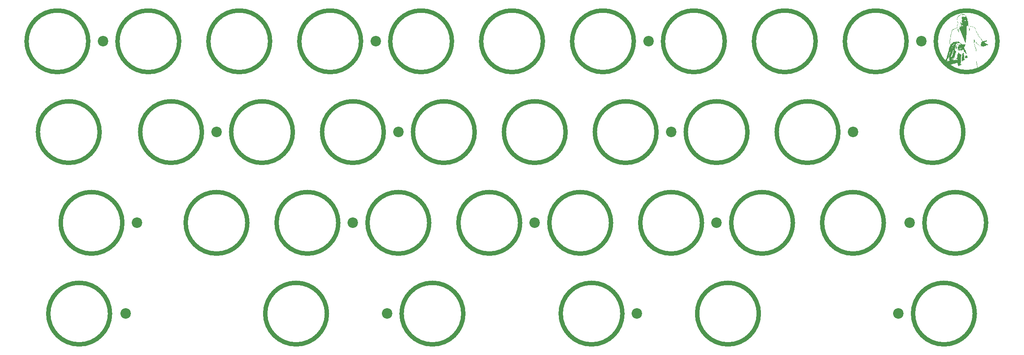
<source format=gbr>
%TF.GenerationSoftware,KiCad,Pcbnew,(7.0.0)*%
%TF.CreationDate,2023-09-28T15:09:11+02:00*%
%TF.ProjectId,travaulta WKL,74726176-6175-46c7-9461-20574b4c2e6b,rev?*%
%TF.SameCoordinates,Original*%
%TF.FileFunction,Legend,Top*%
%TF.FilePolarity,Positive*%
%FSLAX46Y46*%
G04 Gerber Fmt 4.6, Leading zero omitted, Abs format (unit mm)*
G04 Created by KiCad (PCBNEW (7.0.0)) date 2023-09-28 15:09:11*
%MOMM*%
%LPD*%
G01*
G04 APERTURE LIST*
%ADD10C,0.900000*%
%ADD11C,2.200000*%
G04 APERTURE END LIST*
D10*
%TO.C,SW20*%
X217604500Y-76200000D02*
G75*
G03*
X217604500Y-76200000I-6467000J0D01*
G01*
%TO.C,SW27*%
X169979500Y-95250000D02*
G75*
G03*
X169979500Y-95250000I-6467000J0D01*
G01*
%TO.C,SW15*%
X122354500Y-76200000D02*
G75*
G03*
X122354500Y-76200000I-6467000J0D01*
G01*
%TO.C,SW18*%
X179504500Y-76200000D02*
G75*
G03*
X179504500Y-76200000I-6467000J0D01*
G01*
%TO.C,SW1*%
X60442000Y-57150000D02*
G75*
G03*
X60442000Y-57150000I-6467000J0D01*
G01*
%TO.C,SW9*%
X212842000Y-57150000D02*
G75*
G03*
X212842000Y-57150000I-6467000J0D01*
G01*
%TO.C,SW28*%
X189029500Y-95250000D02*
G75*
G03*
X189029500Y-95250000I-6467000J0D01*
G01*
%TO.C,SW4*%
X117592000Y-57150000D02*
G75*
G03*
X117592000Y-57150000I-6467000J0D01*
G01*
%TO.C,SW17*%
X160454500Y-76200000D02*
G75*
G03*
X160454500Y-76200000I-6467000J0D01*
G01*
%TO.C,SW12*%
X62825000Y-76200000D02*
G75*
G03*
X62825000Y-76200000I-6467000J0D01*
G01*
%TO.C,SW23*%
X93779500Y-95250000D02*
G75*
G03*
X93779500Y-95250000I-6467000J0D01*
G01*
%TO.C,SW34*%
X139022000Y-114300000D02*
G75*
G03*
X139022000Y-114300000I-6467000J0D01*
G01*
%TO.C,SW22*%
X67587000Y-95250000D02*
G75*
G03*
X67587000Y-95250000I-6467000J0D01*
G01*
%TO.C,SW16*%
X141404500Y-76200000D02*
G75*
G03*
X141404500Y-76200000I-6467000J0D01*
G01*
%TO.C,SW14*%
X103304500Y-76200000D02*
G75*
G03*
X103304500Y-76200000I-6467000J0D01*
G01*
%TO.C,SW7*%
X174742000Y-57150000D02*
G75*
G03*
X174742000Y-57150000I-6467000J0D01*
G01*
%TO.C,SW24*%
X112829500Y-95250000D02*
G75*
G03*
X112829500Y-95250000I-6467000J0D01*
G01*
%TO.C,SW11*%
X250942000Y-57150000D02*
G75*
G03*
X250942000Y-57150000I-6467000J0D01*
G01*
%TO.C,SW31*%
X248562000Y-95250000D02*
G75*
G03*
X248562000Y-95250000I-6467000J0D01*
G01*
%TO.C,SW2*%
X79492000Y-57150000D02*
G75*
G03*
X79492000Y-57150000I-6467000J0D01*
G01*
%TO.C,G\u002A\u002A\u002A*%
G36*
X242180616Y-58716357D02*
G01*
X242173263Y-58723711D01*
X242165909Y-58716357D01*
X242173263Y-58709004D01*
X242180616Y-58716357D01*
G37*
G36*
X242827750Y-62393254D02*
G01*
X242820396Y-62400608D01*
X242813042Y-62393254D01*
X242820396Y-62385900D01*
X242827750Y-62393254D01*
G37*
G36*
X242842458Y-62496207D02*
G01*
X242835104Y-62503561D01*
X242827750Y-62496207D01*
X242835104Y-62488853D01*
X242842458Y-62496207D01*
G37*
G36*
X243313100Y-61599044D02*
G01*
X243305747Y-61606398D01*
X243298393Y-61599044D01*
X243305747Y-61591690D01*
X243313100Y-61599044D01*
G37*
G36*
X243357223Y-54054053D02*
G01*
X243349869Y-54061407D01*
X243342516Y-54054053D01*
X243349869Y-54046699D01*
X243357223Y-54054053D01*
G37*
G36*
X243710205Y-53892269D02*
G01*
X243702851Y-53899623D01*
X243695498Y-53892269D01*
X243702851Y-53884916D01*
X243710205Y-53892269D01*
G37*
G36*
X244151433Y-54274667D02*
G01*
X244144079Y-54282020D01*
X244136725Y-54274667D01*
X244144079Y-54267313D01*
X244151433Y-54274667D01*
G37*
G36*
X244313216Y-58378083D02*
G01*
X244305862Y-58385437D01*
X244298509Y-58378083D01*
X244305862Y-58370729D01*
X244313216Y-58378083D01*
G37*
G36*
X244430877Y-58525159D02*
G01*
X244423523Y-58532513D01*
X244416169Y-58525159D01*
X244423523Y-58517805D01*
X244430877Y-58525159D01*
G37*
G36*
X244975058Y-54230544D02*
G01*
X244967704Y-54237898D01*
X244960350Y-54230544D01*
X244967704Y-54223190D01*
X244975058Y-54230544D01*
G37*
G36*
X242190421Y-58684491D02*
G01*
X242188402Y-58693235D01*
X242180616Y-58694296D01*
X242168510Y-58688915D01*
X242170811Y-58684491D01*
X242188266Y-58682731D01*
X242190421Y-58684491D01*
G37*
G36*
X242219837Y-60728845D02*
G01*
X242217818Y-60737589D01*
X242210031Y-60738650D01*
X242197925Y-60733269D01*
X242200226Y-60728845D01*
X242217681Y-60727085D01*
X242219837Y-60728845D01*
G37*
G36*
X243219952Y-53830988D02*
G01*
X243221713Y-53848442D01*
X243219952Y-53850598D01*
X243211209Y-53848579D01*
X243210147Y-53840793D01*
X243215529Y-53828687D01*
X243219952Y-53830988D01*
G37*
G36*
X243596221Y-51786698D02*
G01*
X243598069Y-51792066D01*
X243577837Y-51794116D01*
X243556958Y-51791805D01*
X243559452Y-51786698D01*
X243589564Y-51784755D01*
X243596221Y-51786698D01*
G37*
G36*
X243661180Y-53889818D02*
G01*
X243662940Y-53907273D01*
X243661180Y-53909428D01*
X243652436Y-53907409D01*
X243651375Y-53899623D01*
X243656756Y-53887517D01*
X243661180Y-53889818D01*
G37*
G36*
X244058285Y-60596477D02*
G01*
X244056266Y-60605221D01*
X244048480Y-60606282D01*
X244036374Y-60600901D01*
X244038675Y-60596477D01*
X244056129Y-60594717D01*
X244058285Y-60596477D01*
G37*
G36*
X242599583Y-59763980D02*
G01*
X242592236Y-59786685D01*
X242577524Y-59797365D01*
X242571192Y-59785620D01*
X242573416Y-59768115D01*
X242584439Y-59747853D01*
X242593458Y-59746525D01*
X242599583Y-59763980D01*
G37*
G36*
X242709662Y-55160960D02*
G01*
X242710089Y-55164476D01*
X242698897Y-55178756D01*
X242695382Y-55179183D01*
X242681102Y-55167991D01*
X242680674Y-55164476D01*
X242691866Y-55150195D01*
X242695382Y-55149768D01*
X242709662Y-55160960D01*
G37*
G36*
X242780869Y-62412926D02*
G01*
X242783627Y-62430023D01*
X242777468Y-62453922D01*
X242768920Y-62459438D01*
X242756970Y-62447120D01*
X242754212Y-62430023D01*
X242760371Y-62406123D01*
X242768920Y-62400608D01*
X242780869Y-62412926D01*
G37*
G36*
X242825798Y-62319135D02*
G01*
X242824992Y-62327989D01*
X242806371Y-62350278D01*
X242799254Y-62353727D01*
X242785579Y-62349712D01*
X242786385Y-62340858D01*
X242805006Y-62318569D01*
X242812123Y-62315120D01*
X242825798Y-62319135D01*
G37*
G36*
X242881525Y-62439033D02*
G01*
X242879227Y-62444730D01*
X242866010Y-62458761D01*
X242863651Y-62459438D01*
X242857334Y-62448059D01*
X242857165Y-62444730D01*
X242868472Y-62430588D01*
X242872741Y-62430023D01*
X242881525Y-62439033D01*
G37*
G36*
X243327156Y-59320402D02*
G01*
X243330749Y-59323781D01*
X243340826Y-59343795D01*
X243330749Y-59359079D01*
X243317578Y-59366319D01*
X243313208Y-59348509D01*
X243313100Y-59341430D01*
X243316066Y-59318053D01*
X243327156Y-59320402D01*
G37*
G36*
X245190674Y-54732310D02*
G01*
X245188318Y-54737956D01*
X245168834Y-54752114D01*
X245164520Y-54752663D01*
X245156546Y-54743601D01*
X245158902Y-54737956D01*
X245178386Y-54723797D01*
X245182700Y-54723248D01*
X245190674Y-54732310D01*
G37*
G36*
X244091958Y-52803510D02*
G01*
X244106933Y-52824830D01*
X244100433Y-52846589D01*
X244078763Y-52855385D01*
X244051156Y-52849433D01*
X244042156Y-52842344D01*
X244044386Y-52823925D01*
X244062832Y-52807067D01*
X244085371Y-52801222D01*
X244091958Y-52803510D01*
G37*
G36*
X242623773Y-55016216D02*
G01*
X242624588Y-55020279D01*
X242627563Y-55054895D01*
X242625336Y-55073108D01*
X242612112Y-55090447D01*
X242598461Y-55083566D01*
X242592654Y-55057846D01*
X242598205Y-55022252D01*
X242605388Y-55005017D01*
X242616102Y-54997101D01*
X242623773Y-55016216D01*
G37*
G36*
X243435021Y-51690657D02*
G01*
X243453338Y-51696419D01*
X243452705Y-51701026D01*
X243429939Y-51705460D01*
X243381853Y-51710699D01*
X243364577Y-51712336D01*
X243276331Y-51720565D01*
X243342516Y-51702329D01*
X243388149Y-51692613D01*
X243425349Y-51689561D01*
X243435021Y-51690657D01*
G37*
G36*
X242456376Y-57879067D02*
G01*
X242482988Y-57892265D01*
X242500306Y-57907147D01*
X242494918Y-57913057D01*
X242465576Y-57914326D01*
X242415271Y-57917827D01*
X242373653Y-57923986D01*
X242339175Y-57926433D01*
X242327692Y-57917150D01*
X242340424Y-57893499D01*
X242372368Y-57878266D01*
X242414145Y-57872955D01*
X242456376Y-57879067D01*
G37*
G36*
X243405023Y-52104103D02*
G01*
X243415949Y-52116532D01*
X243416053Y-52118336D01*
X243403553Y-52128583D01*
X243374863Y-52137028D01*
X243343196Y-52141083D01*
X243321766Y-52138158D01*
X243320370Y-52137081D01*
X243313298Y-52117388D01*
X243313100Y-52113392D01*
X243323067Y-52103027D01*
X243355220Y-52100339D01*
X243405023Y-52104103D01*
G37*
G36*
X242080759Y-60623842D02*
G01*
X242123343Y-60631035D01*
X242158657Y-60640522D01*
X242178537Y-60650258D01*
X242178979Y-60656058D01*
X242152987Y-60665227D01*
X242110759Y-60669351D01*
X242065137Y-60667800D01*
X242037941Y-60662968D01*
X241996252Y-60647642D01*
X241982972Y-60634075D01*
X241998041Y-60624462D01*
X242039069Y-60620990D01*
X242080759Y-60623842D01*
G37*
G36*
X244035813Y-60112480D02*
G01*
X244038001Y-60135334D01*
X244032524Y-60176085D01*
X244023950Y-60226458D01*
X244016505Y-60270555D01*
X244014473Y-60282715D01*
X244011368Y-60287412D01*
X244008595Y-60266983D01*
X244006653Y-60225717D01*
X244006360Y-60212854D01*
X244006668Y-60154673D01*
X244010829Y-60121039D01*
X244019641Y-60107244D01*
X244024410Y-60106224D01*
X244035813Y-60112480D01*
G37*
G36*
X240590779Y-61219368D02*
G01*
X240616414Y-61236412D01*
X240618361Y-61263844D01*
X240597399Y-61295725D01*
X240578727Y-61311365D01*
X240541725Y-61332412D01*
X240501846Y-61347474D01*
X240467568Y-61354367D01*
X240447368Y-61350909D01*
X240445121Y-61345779D01*
X240455013Y-61326124D01*
X240474161Y-61305232D01*
X240499694Y-61275262D01*
X240511490Y-61252835D01*
X240533899Y-61222984D01*
X240573313Y-61216099D01*
X240590779Y-61219368D01*
G37*
G36*
X243189972Y-53647823D02*
G01*
X243205318Y-53680682D01*
X243209791Y-53724538D01*
X243203214Y-53763544D01*
X243189823Y-53795722D01*
X243176880Y-53811146D01*
X243175560Y-53811378D01*
X243168647Y-53800607D01*
X243170979Y-53790267D01*
X243169774Y-53768946D01*
X243163190Y-53763859D01*
X243152882Y-53747240D01*
X243146103Y-53711938D01*
X243145084Y-53696725D01*
X243146323Y-53655928D01*
X243155374Y-53637669D01*
X243166314Y-53634887D01*
X243189972Y-53647823D01*
G37*
G36*
X242625232Y-57748540D02*
G01*
X242700287Y-57770442D01*
X242732151Y-57782992D01*
X242747829Y-57791321D01*
X242738516Y-57795101D01*
X242715512Y-57796138D01*
X242677058Y-57804694D01*
X242643195Y-57832637D01*
X242630195Y-57848610D01*
X242604267Y-57881286D01*
X242584681Y-57895105D01*
X242560109Y-57893063D01*
X242519222Y-57878152D01*
X242518891Y-57878025D01*
X242475116Y-57864273D01*
X242437188Y-57857239D01*
X242434322Y-57857083D01*
X242406578Y-57850337D01*
X242406052Y-57833300D01*
X242432642Y-57806572D01*
X242444702Y-57797597D01*
X242505106Y-57761728D01*
X242562727Y-57745506D01*
X242625232Y-57748540D01*
G37*
G36*
X243280266Y-53875704D02*
G01*
X243270511Y-53883657D01*
X243258479Y-53903398D01*
X243261999Y-53926882D01*
X243277524Y-53940378D01*
X243285114Y-53940206D01*
X243304818Y-53947898D01*
X243308814Y-53954787D01*
X243305104Y-53967028D01*
X243288591Y-53964617D01*
X243270328Y-53960009D01*
X243276454Y-53968196D01*
X243285984Y-53976251D01*
X243302069Y-54000735D01*
X243296284Y-54021575D01*
X243277530Y-54039852D01*
X243254822Y-54047094D01*
X243240208Y-54040328D01*
X243239212Y-54035668D01*
X243235914Y-54015319D01*
X243228192Y-53978829D01*
X243225961Y-53969078D01*
X243223201Y-53919538D01*
X243238688Y-53884818D01*
X243269712Y-53870522D01*
X243273705Y-53870433D01*
X243280266Y-53875704D01*
G37*
G36*
X242973817Y-54279140D02*
G01*
X242984076Y-54305761D01*
X242996204Y-54356590D01*
X243002027Y-54387535D01*
X243015140Y-54450876D01*
X243033731Y-54526880D01*
X243054040Y-54600282D01*
X243056400Y-54608148D01*
X243085289Y-54716399D01*
X243099521Y-54801825D01*
X243099101Y-54863755D01*
X243084036Y-54901519D01*
X243054329Y-54914445D01*
X243053917Y-54914447D01*
X243041895Y-54905758D01*
X243035482Y-54876698D01*
X243033656Y-54825234D01*
X243031490Y-54773011D01*
X243025886Y-54730148D01*
X243020069Y-54710634D01*
X243011078Y-54681959D01*
X243000663Y-54629550D01*
X242989668Y-54559001D01*
X242978936Y-54475906D01*
X242969311Y-54385858D01*
X242966520Y-54355558D01*
X242963812Y-54302934D01*
X242966654Y-54277829D01*
X242973817Y-54279140D01*
G37*
G36*
X244768407Y-62097331D02*
G01*
X244770641Y-62113562D01*
X244745593Y-62139672D01*
X244744543Y-62140502D01*
X244706224Y-62170644D01*
X244717216Y-62333425D01*
X244726054Y-62464641D01*
X244733048Y-62569448D01*
X244738373Y-62650783D01*
X244742202Y-62711583D01*
X244744710Y-62754785D01*
X244746070Y-62783326D01*
X244746458Y-62800142D01*
X244746048Y-62808172D01*
X244745485Y-62810003D01*
X244737104Y-62802699D01*
X244724535Y-62782083D01*
X244716005Y-62750060D01*
X244710442Y-62694767D01*
X244708390Y-62622250D01*
X244708476Y-62603341D01*
X244707587Y-62531820D01*
X244703923Y-62463219D01*
X244698165Y-62408264D01*
X244694942Y-62390258D01*
X244688457Y-62338872D01*
X244688406Y-62279008D01*
X244693758Y-62217644D01*
X244703484Y-62161761D01*
X244716555Y-62118336D01*
X244731941Y-62094349D01*
X244738977Y-62091748D01*
X244768407Y-62097331D01*
G37*
G36*
X243587292Y-51597886D02*
G01*
X243621960Y-51597886D01*
X243629313Y-51605240D01*
X243636667Y-51597886D01*
X243629313Y-51590532D01*
X243621960Y-51597886D01*
X243587292Y-51597886D01*
X243617253Y-51582038D01*
X243656102Y-51575624D01*
X243701055Y-51572620D01*
X243735943Y-51566555D01*
X243761759Y-51565166D01*
X243769036Y-51573132D01*
X243756333Y-51586271D01*
X243728590Y-51594706D01*
X243705599Y-51598877D01*
X243708888Y-51601451D01*
X243739620Y-51603682D01*
X243791097Y-51606531D01*
X243732267Y-51627725D01*
X243687960Y-51641342D01*
X243650866Y-51648875D01*
X243644021Y-51649366D01*
X243624702Y-51651925D01*
X243632586Y-51661362D01*
X243636667Y-51664070D01*
X243648516Y-51674902D01*
X243634014Y-51678413D01*
X243626862Y-51678553D01*
X243598568Y-51686196D01*
X243588338Y-51697162D01*
X243577213Y-51708106D01*
X243553369Y-51698882D01*
X243552231Y-51698216D01*
X243523454Y-51688465D01*
X243506186Y-51697481D01*
X243492049Y-51704868D01*
X243489591Y-51699699D01*
X243498209Y-51675110D01*
X243518003Y-51646026D01*
X243539881Y-51624389D01*
X243550306Y-51619948D01*
X243571947Y-51610522D01*
X243587292Y-51597886D01*
G37*
G36*
X244995525Y-54266015D02*
G01*
X244997119Y-54267313D01*
X245015596Y-54288325D01*
X245019180Y-54298093D01*
X245024896Y-54317245D01*
X245039716Y-54354170D01*
X245055949Y-54390949D01*
X245075485Y-54434868D01*
X245088820Y-54467159D01*
X245092718Y-54479195D01*
X245098306Y-54495822D01*
X245112762Y-54530708D01*
X245127761Y-54564706D01*
X245156601Y-54631109D01*
X245172023Y-54675156D01*
X245174118Y-54700622D01*
X245162978Y-54711280D01*
X245138695Y-54710902D01*
X245131285Y-54709656D01*
X245124097Y-54719351D01*
X245126129Y-54736939D01*
X245122127Y-54766709D01*
X245096025Y-54808262D01*
X245075282Y-54833165D01*
X245041717Y-54868597D01*
X245014297Y-54892744D01*
X245001295Y-54899739D01*
X244994067Y-54885234D01*
X244990893Y-54841975D01*
X244991795Y-54770343D01*
X244992875Y-54743129D01*
X244997143Y-54668842D01*
X245002731Y-54618808D01*
X245010566Y-54587867D01*
X245021579Y-54570858D01*
X245024316Y-54568622D01*
X245035345Y-54557917D01*
X245039635Y-54542475D01*
X245036657Y-54516103D01*
X245025881Y-54472607D01*
X245011925Y-54423504D01*
X244990742Y-54347642D01*
X244978780Y-54296793D01*
X244975768Y-54268126D01*
X244981439Y-54258810D01*
X244995525Y-54266015D01*
G37*
G36*
X242705769Y-54325096D02*
G01*
X242714180Y-54361887D01*
X242720624Y-54415526D01*
X242724202Y-54479730D01*
X242724635Y-54509253D01*
X242723465Y-54557532D01*
X242719063Y-54580448D01*
X242710436Y-54581964D01*
X242707148Y-54579114D01*
X242683461Y-54562605D01*
X242672602Y-54570780D01*
X242673497Y-54587203D01*
X242678353Y-54614890D01*
X242679549Y-54623377D01*
X242689874Y-54639901D01*
X242713383Y-54665767D01*
X242715144Y-54667499D01*
X242744615Y-54703996D01*
X242767518Y-54752165D01*
X242786475Y-54818624D01*
X242798458Y-54877678D01*
X242809443Y-54938032D01*
X242822767Y-55011444D01*
X242835547Y-55082026D01*
X242835552Y-55082053D01*
X242846579Y-55140556D01*
X242856760Y-55190273D01*
X242864199Y-55222032D01*
X242865200Y-55225452D01*
X242865361Y-55248264D01*
X242850355Y-55250518D01*
X242831019Y-55234337D01*
X242819134Y-55215018D01*
X242796946Y-55174757D01*
X242767328Y-55118909D01*
X242733152Y-55052832D01*
X242722588Y-55032107D01*
X242629198Y-54848263D01*
X242630280Y-54685841D01*
X242633091Y-54613679D01*
X242639938Y-54538297D01*
X242649815Y-54465398D01*
X242661719Y-54400683D01*
X242674643Y-54349851D01*
X242687582Y-54318605D01*
X242696293Y-54311436D01*
X242705769Y-54325096D01*
G37*
G36*
X243831416Y-59538708D02*
G01*
X243860586Y-59561059D01*
X243863801Y-59565316D01*
X243878491Y-59602038D01*
X243886369Y-59654236D01*
X243886966Y-59671946D01*
X243889229Y-59718798D01*
X243895091Y-59784260D01*
X243903534Y-59857891D01*
X243909227Y-59900318D01*
X243920096Y-59986695D01*
X243930044Y-60083340D01*
X243937421Y-60173648D01*
X243939152Y-60201824D01*
X243943997Y-60272389D01*
X243950366Y-60338867D01*
X243957216Y-60391154D01*
X243960526Y-60408953D01*
X243969185Y-60464856D01*
X243973111Y-60524740D01*
X243973118Y-60533968D01*
X243974075Y-60571873D01*
X243978300Y-60619048D01*
X243986455Y-60680583D01*
X243999200Y-60761564D01*
X244014044Y-60848957D01*
X244019516Y-60888337D01*
X244025456Y-60942723D01*
X244028968Y-60981326D01*
X244036241Y-61069571D01*
X243972500Y-61094701D01*
X243929895Y-61110374D01*
X243869357Y-61131235D01*
X243801062Y-61153813D01*
X243768681Y-61164188D01*
X243705635Y-61185315D01*
X243650845Y-61205788D01*
X243612046Y-61222614D01*
X243599944Y-61229503D01*
X243581116Y-61247505D01*
X243581710Y-61267786D01*
X243591845Y-61288878D01*
X243604259Y-61318045D01*
X243598471Y-61336300D01*
X243584091Y-61348719D01*
X243552647Y-61367857D01*
X243533770Y-61364493D01*
X243523133Y-61345338D01*
X243504542Y-61315037D01*
X243494158Y-61304893D01*
X243474269Y-61278360D01*
X243452857Y-61232712D01*
X243433384Y-61177821D01*
X243419315Y-61123559D01*
X243414112Y-61079800D01*
X243414188Y-61076925D01*
X243420362Y-61029886D01*
X243433099Y-60975172D01*
X243437913Y-60959264D01*
X243447203Y-60919352D01*
X243457051Y-60858071D01*
X243466348Y-60783425D01*
X243473980Y-60703412D01*
X243474678Y-60694528D01*
X243482747Y-60592442D01*
X243489909Y-60511676D01*
X243497166Y-60444197D01*
X243505521Y-60381971D01*
X243515979Y-60316965D01*
X243529542Y-60241146D01*
X243534922Y-60212108D01*
X243547623Y-60129991D01*
X243557356Y-60040603D01*
X243562615Y-59958910D01*
X243563129Y-59931656D01*
X243570308Y-59811813D01*
X243591500Y-59714335D01*
X243626187Y-59640389D01*
X243673852Y-59591136D01*
X243724131Y-59569569D01*
X243758185Y-59558618D01*
X243777089Y-59546205D01*
X243799842Y-59532932D01*
X243831416Y-59538708D01*
G37*
G36*
X244447600Y-60128286D02*
G01*
X244475000Y-60128286D01*
X244482353Y-60135639D01*
X244489707Y-60128286D01*
X244482353Y-60120932D01*
X244475000Y-60128286D01*
X244447600Y-60128286D01*
X244451730Y-60113221D01*
X244473791Y-60107250D01*
X244512244Y-60114657D01*
X244531490Y-60124521D01*
X244549418Y-60146122D01*
X244568712Y-60184243D01*
X244592059Y-60243666D01*
X244605052Y-60279905D01*
X244622912Y-60325748D01*
X244639919Y-60361600D01*
X244647429Y-60373420D01*
X244662900Y-60401759D01*
X244674777Y-60436790D01*
X244690228Y-60480312D01*
X244712675Y-60526055D01*
X244713899Y-60528152D01*
X244734746Y-60569220D01*
X244737810Y-60596935D01*
X244720157Y-60614301D01*
X244678857Y-60624325D01*
X244614722Y-60629802D01*
X244545207Y-60635063D01*
X244474799Y-60642513D01*
X244418425Y-60650568D01*
X244417145Y-60650796D01*
X244366658Y-60657807D01*
X244311003Y-60662402D01*
X244256407Y-60664549D01*
X244209095Y-60664217D01*
X244175293Y-60661376D01*
X244161226Y-60655994D01*
X244163982Y-60652050D01*
X244176219Y-60638004D01*
X244170336Y-60615454D01*
X244164573Y-60604476D01*
X244151260Y-60572332D01*
X244148737Y-60552238D01*
X244141583Y-60529335D01*
X244137115Y-60525632D01*
X244124426Y-60504662D01*
X244122018Y-60487754D01*
X244116171Y-60464322D01*
X244108437Y-60459206D01*
X244104987Y-60447959D01*
X244114312Y-60420384D01*
X244116708Y-60415405D01*
X244130230Y-60391264D01*
X244145594Y-60379100D01*
X244171458Y-60376176D01*
X244216479Y-60379754D01*
X244226244Y-60380768D01*
X244274799Y-60384858D01*
X244299915Y-60383509D01*
X244307220Y-60375783D01*
X244305356Y-60367591D01*
X244287508Y-60347109D01*
X244253669Y-60323712D01*
X244242492Y-60317659D01*
X244206780Y-60298465D01*
X244183809Y-60284181D01*
X244180848Y-60281643D01*
X244162368Y-60270127D01*
X244144311Y-60262398D01*
X244128012Y-60253968D01*
X244132959Y-60244505D01*
X244162021Y-60228868D01*
X244163428Y-60228187D01*
X244195179Y-60207040D01*
X244204796Y-60187188D01*
X244204284Y-60185395D01*
X244203806Y-60163211D01*
X244223921Y-60158584D01*
X244261417Y-60171791D01*
X244275498Y-60179229D01*
X244309199Y-60196294D01*
X244324637Y-60197693D01*
X244327924Y-60186865D01*
X244337956Y-60171633D01*
X244370920Y-60165406D01*
X244386754Y-60165055D01*
X244425243Y-60162588D01*
X244442254Y-60152618D01*
X244445584Y-60135639D01*
X244447600Y-60128286D01*
G37*
G36*
X242149021Y-58534182D02*
G01*
X242268862Y-58534182D01*
X242280938Y-58544370D01*
X242309068Y-58546341D01*
X242341110Y-58540246D01*
X242356681Y-58533087D01*
X242371731Y-58518527D01*
X242371389Y-58512994D01*
X242352380Y-58509621D01*
X242320663Y-58513300D01*
X242288993Y-58521395D01*
X242270121Y-58531271D01*
X242268862Y-58534182D01*
X242149021Y-58534182D01*
X242155313Y-58378906D01*
X242159998Y-58283559D01*
X242166285Y-58212630D01*
X242175799Y-58161121D01*
X242190167Y-58124035D01*
X242211013Y-58096372D01*
X242239962Y-58073137D01*
X242258630Y-58061223D01*
X242297761Y-58044908D01*
X242345338Y-58035038D01*
X242391388Y-58032453D01*
X242425934Y-58037994D01*
X242437377Y-58046156D01*
X242433599Y-58063920D01*
X242417539Y-58079684D01*
X242377135Y-58115607D01*
X242335585Y-58165155D01*
X242296424Y-58222210D01*
X242263193Y-58280657D01*
X242239427Y-58334377D01*
X242228665Y-58377253D01*
X242232149Y-58400236D01*
X242248237Y-58408900D01*
X242266385Y-58393797D01*
X242282618Y-58359948D01*
X242291066Y-58325760D01*
X242301236Y-58289285D01*
X242314635Y-58269158D01*
X242318746Y-58267776D01*
X242343687Y-58279323D01*
X242375478Y-58308422D01*
X242406958Y-58346758D01*
X242430971Y-58386016D01*
X242439046Y-58407498D01*
X242454174Y-58455292D01*
X242470035Y-58492413D01*
X242479912Y-58516169D01*
X242480031Y-58537516D01*
X242468097Y-58564875D01*
X242441816Y-58606667D01*
X242436870Y-58614135D01*
X242391799Y-58675163D01*
X242355764Y-58708642D01*
X242328373Y-58714888D01*
X242318661Y-58708797D01*
X242296891Y-58701878D01*
X242267350Y-58705414D01*
X242244272Y-58716416D01*
X242239447Y-58725427D01*
X242252172Y-58735496D01*
X242279893Y-58740422D01*
X242305140Y-58742427D01*
X242302381Y-58745575D01*
X242287246Y-58748798D01*
X242260416Y-58764096D01*
X242254154Y-58790918D01*
X242245279Y-58820113D01*
X242221374Y-58825058D01*
X242201225Y-58815408D01*
X242186813Y-58790695D01*
X242189005Y-58757293D01*
X242206754Y-58730040D01*
X242207291Y-58729637D01*
X242220858Y-58712331D01*
X242218857Y-58686942D01*
X242254154Y-58686942D01*
X242261508Y-58694296D01*
X242268862Y-58686942D01*
X242261508Y-58679589D01*
X242254154Y-58686942D01*
X242218857Y-58686942D01*
X242218716Y-58685153D01*
X242213019Y-58667130D01*
X242208302Y-58650173D01*
X242239447Y-58650173D01*
X242244465Y-58664499D01*
X242245932Y-58664881D01*
X242258489Y-58654575D01*
X242261508Y-58650173D01*
X242260342Y-58636621D01*
X242255022Y-58635466D01*
X242240045Y-58646142D01*
X242239447Y-58650173D01*
X242208302Y-58650173D01*
X242204123Y-58635148D01*
X242208679Y-58622330D01*
X242218150Y-58620758D01*
X242237181Y-58609976D01*
X242239447Y-58601244D01*
X242228490Y-58588100D01*
X242193793Y-58588432D01*
X242192995Y-58588548D01*
X242146542Y-58595365D01*
X242148195Y-58554574D01*
X242239447Y-58554574D01*
X242246800Y-58561928D01*
X242254154Y-58554574D01*
X242246800Y-58547220D01*
X242239447Y-58554574D01*
X242148195Y-58554574D01*
X242149021Y-58534182D01*
G37*
G36*
X243500220Y-52488563D02*
G01*
X244563245Y-52488563D01*
X244574463Y-52502007D01*
X244577953Y-52502403D01*
X244590860Y-52490431D01*
X244592660Y-52479473D01*
X244585530Y-52464250D01*
X244577953Y-52465634D01*
X244563806Y-52484437D01*
X244563245Y-52488563D01*
X243500220Y-52488563D01*
X243489444Y-52441735D01*
X243475786Y-52415060D01*
X243455215Y-52378778D01*
X243441544Y-52324211D01*
X243435994Y-52261936D01*
X243439788Y-52202529D01*
X243447606Y-52171109D01*
X243458585Y-52128418D01*
X243453424Y-52098606D01*
X243449734Y-52091954D01*
X243442272Y-52070921D01*
X243453650Y-52051499D01*
X243475980Y-52033275D01*
X243504593Y-52006612D01*
X243518696Y-51982667D01*
X243519007Y-51979843D01*
X243529127Y-51960590D01*
X243537530Y-51958222D01*
X243558919Y-51946952D01*
X243575102Y-51927721D01*
X243595801Y-51907210D01*
X243628878Y-51885235D01*
X243664637Y-51866958D01*
X243693376Y-51857545D01*
X243704144Y-51859012D01*
X243698838Y-51872039D01*
X243678501Y-51897028D01*
X243650305Y-51926655D01*
X243621428Y-51953592D01*
X243599043Y-51970514D01*
X243592577Y-51972930D01*
X243579105Y-51984660D01*
X243577837Y-51992630D01*
X243565780Y-52012333D01*
X243538831Y-52030103D01*
X243513259Y-52047502D01*
X243513864Y-52061915D01*
X243534909Y-52063163D01*
X243577546Y-52048879D01*
X243630085Y-52024488D01*
X243690969Y-51995053D01*
X243733194Y-51979071D01*
X243763666Y-51975447D01*
X243789292Y-51983085D01*
X243810072Y-51995956D01*
X243834684Y-52006966D01*
X243875052Y-52014835D01*
X243935691Y-52020150D01*
X244021116Y-52023494D01*
X244022928Y-52023541D01*
X244098313Y-52025261D01*
X244150167Y-52025264D01*
X244184366Y-52022584D01*
X244206785Y-52016254D01*
X244223299Y-52005308D01*
X244239783Y-51988781D01*
X244240778Y-51987721D01*
X244288903Y-51920700D01*
X244307650Y-51853174D01*
X244297041Y-51784484D01*
X244257102Y-51713975D01*
X244250979Y-51706155D01*
X244218288Y-51673935D01*
X244176097Y-51643614D01*
X244130569Y-51618054D01*
X244087865Y-51600117D01*
X244054148Y-51592666D01*
X244035578Y-51598565D01*
X244033772Y-51605240D01*
X244045622Y-51618431D01*
X244054965Y-51619948D01*
X244077335Y-51628140D01*
X244091235Y-51645172D01*
X244089327Y-51657541D01*
X244071631Y-51657605D01*
X244043670Y-51645152D01*
X244017344Y-51627002D01*
X244004554Y-51609974D01*
X244004472Y-51608917D01*
X243992630Y-51590354D01*
X243985972Y-51588292D01*
X243957032Y-51583538D01*
X243952880Y-51582635D01*
X243928896Y-51579780D01*
X243891143Y-51577580D01*
X243889505Y-51577521D01*
X243857641Y-51572508D01*
X243849599Y-51561823D01*
X243850206Y-51560666D01*
X243869686Y-51552586D01*
X243905836Y-51552368D01*
X243913581Y-51553328D01*
X243967588Y-51561149D01*
X243923465Y-51539898D01*
X243832689Y-51509035D01*
X243723444Y-51492728D01*
X243602836Y-51491003D01*
X243477972Y-51503886D01*
X243355957Y-51531400D01*
X243335162Y-51537807D01*
X243223843Y-51579071D01*
X243123095Y-51629247D01*
X243026031Y-51692692D01*
X242925763Y-51773762D01*
X242845646Y-51847479D01*
X242768486Y-51923987D01*
X242709860Y-51989245D01*
X242664963Y-52049909D01*
X242628989Y-52112634D01*
X242597134Y-52184074D01*
X242590483Y-52200897D01*
X242560096Y-52297184D01*
X242538168Y-52403639D01*
X242525800Y-52510946D01*
X242524095Y-52609786D01*
X242533108Y-52686247D01*
X242543729Y-52741013D01*
X242555022Y-52808628D01*
X242562918Y-52862738D01*
X242575940Y-52932649D01*
X242596849Y-53014119D01*
X242623114Y-53099703D01*
X242652206Y-53181960D01*
X242681595Y-53253445D01*
X242708751Y-53306716D01*
X242719024Y-53322053D01*
X242757021Y-53371870D01*
X242719928Y-53426164D01*
X242690677Y-53474941D01*
X242657896Y-53538618D01*
X242626343Y-53606937D01*
X242600779Y-53669639D01*
X242586700Y-53713301D01*
X242572781Y-53748267D01*
X242547518Y-53794765D01*
X242525663Y-53828935D01*
X242498139Y-53872335D01*
X242478981Y-53908960D01*
X242473074Y-53927012D01*
X242476404Y-53986188D01*
X242497786Y-54028128D01*
X242505610Y-54036241D01*
X242529375Y-54064108D01*
X242531647Y-54078622D01*
X242514562Y-54075495D01*
X242493153Y-54061239D01*
X242441487Y-54006645D01*
X242417620Y-53947450D01*
X242421960Y-53886603D01*
X242454911Y-53827051D01*
X242460060Y-53820979D01*
X242486550Y-53788793D01*
X242502291Y-53765772D01*
X242504183Y-53760726D01*
X242510035Y-53742501D01*
X242525687Y-53704307D01*
X242548287Y-53652731D01*
X242574982Y-53594357D01*
X242590563Y-53561349D01*
X242609343Y-53525663D01*
X242635163Y-53480673D01*
X242644162Y-53465749D01*
X242671836Y-53406657D01*
X242679264Y-53355786D01*
X242665911Y-53318455D01*
X242659558Y-53312104D01*
X242640937Y-53285309D01*
X242629113Y-53252104D01*
X242616551Y-53211324D01*
X242596921Y-53162747D01*
X242591217Y-53150501D01*
X242577462Y-53119423D01*
X242565635Y-53085243D01*
X242554324Y-53042228D01*
X242542113Y-52984643D01*
X242527592Y-52906752D01*
X242518494Y-52855385D01*
X242507405Y-52794405D01*
X242496028Y-52735446D01*
X242488896Y-52700955D01*
X242473821Y-52575683D01*
X242478594Y-52438557D01*
X242501895Y-52298151D01*
X242542407Y-52163039D01*
X242586937Y-52063359D01*
X242637816Y-51970242D01*
X242680449Y-51900185D01*
X242718005Y-51849135D01*
X242753654Y-51813044D01*
X242790567Y-51787860D01*
X242810084Y-51778271D01*
X242889707Y-51737762D01*
X242975267Y-51685707D01*
X243054063Y-51630205D01*
X243095555Y-51596191D01*
X243156527Y-51555421D01*
X243231288Y-51525589D01*
X243235278Y-51524482D01*
X243300440Y-51506560D01*
X243372496Y-51486385D01*
X243408700Y-51476094D01*
X243465743Y-51463499D01*
X243535815Y-51455478D01*
X243625042Y-51451493D01*
X243695821Y-51450810D01*
X243795726Y-51452425D01*
X243873184Y-51458146D01*
X243935031Y-51469284D01*
X243988102Y-51487152D01*
X244039234Y-51513062D01*
X244048480Y-51518513D01*
X244073790Y-51531969D01*
X244114940Y-51552226D01*
X244144867Y-51566405D01*
X244233472Y-51618137D01*
X244303869Y-51680531D01*
X244353248Y-51749764D01*
X244378797Y-51822013D01*
X244379320Y-51885157D01*
X244376155Y-51917312D01*
X244380089Y-51948446D01*
X244393395Y-51986339D01*
X244418349Y-52038770D01*
X244431997Y-52065354D01*
X244467556Y-52130369D01*
X244506181Y-52195482D01*
X244540845Y-52248970D01*
X244548489Y-52259727D01*
X244592808Y-52328020D01*
X244623931Y-52391925D01*
X244639745Y-52445937D01*
X244638136Y-52484547D01*
X244636320Y-52488561D01*
X244622862Y-52534868D01*
X244631263Y-52575206D01*
X244643750Y-52590327D01*
X244657135Y-52606385D01*
X244654647Y-52627114D01*
X244643750Y-52650228D01*
X244624202Y-52711669D01*
X244631683Y-52766024D01*
X244644605Y-52788335D01*
X244661650Y-52819004D01*
X244666198Y-52837855D01*
X244676115Y-52859250D01*
X244701562Y-52891554D01*
X244723343Y-52914284D01*
X244760409Y-52957401D01*
X244789762Y-53004030D01*
X244798523Y-53024389D01*
X244808529Y-53063273D01*
X244804117Y-53091349D01*
X244783057Y-53124352D01*
X244749555Y-53169665D01*
X244783273Y-53228250D01*
X244795667Y-53251018D01*
X244804334Y-53272781D01*
X244809676Y-53298755D01*
X244812096Y-53334152D01*
X244811996Y-53384186D01*
X244809779Y-53454070D01*
X244806626Y-53530722D01*
X244800267Y-53647534D01*
X244792357Y-53735236D01*
X244782909Y-53793729D01*
X244775289Y-53817442D01*
X244761974Y-53847568D01*
X244757851Y-53863120D01*
X244758057Y-53863434D01*
X244798927Y-53887325D01*
X244859172Y-53909842D01*
X244928807Y-53927809D01*
X244990552Y-53937396D01*
X245062730Y-53947159D01*
X245139973Y-53961745D01*
X245195625Y-53975340D01*
X245254082Y-53989717D01*
X245309548Y-53999587D01*
X245344040Y-54002576D01*
X245390677Y-54007104D01*
X245446653Y-54018525D01*
X245469101Y-54024765D01*
X245509568Y-54035716D01*
X245571532Y-54050676D01*
X245647635Y-54067947D01*
X245730519Y-54085830D01*
X245761368Y-54092248D01*
X245861694Y-54113730D01*
X245939351Y-54133172D01*
X246000696Y-54153323D01*
X246052084Y-54176930D01*
X246099870Y-54206742D01*
X246150409Y-54245506D01*
X246187298Y-54276424D01*
X246246434Y-54329463D01*
X246286140Y-54373631D01*
X246311135Y-54416860D01*
X246326135Y-54467079D01*
X246334974Y-54524696D01*
X246349470Y-54597057D01*
X246376549Y-54687938D01*
X246413472Y-54790745D01*
X246457499Y-54898887D01*
X246505891Y-55005773D01*
X246555909Y-55104812D01*
X246604815Y-55189412D01*
X246622228Y-55215952D01*
X246655494Y-55266390D01*
X246690803Y-55322636D01*
X246701868Y-55340967D01*
X246735387Y-55394497D01*
X246772329Y-55449476D01*
X246784084Y-55465981D01*
X246827549Y-55538746D01*
X246868358Y-55630835D01*
X246902752Y-55732177D01*
X246926974Y-55832702D01*
X246931779Y-55861772D01*
X246949081Y-55954506D01*
X246971157Y-56021453D01*
X246999584Y-56066067D01*
X247035940Y-56091801D01*
X247037056Y-56092270D01*
X247112956Y-56137251D01*
X247168815Y-56202544D01*
X247183224Y-56228489D01*
X247230978Y-56304865D01*
X247284316Y-56356013D01*
X247338284Y-56379321D01*
X247379891Y-56395293D01*
X247419327Y-56428984D01*
X247459177Y-56483564D01*
X247502027Y-56562206D01*
X247522593Y-56605455D01*
X247580874Y-56712907D01*
X247650592Y-56803339D01*
X247664949Y-56818715D01*
X247717917Y-56879169D01*
X247752882Y-56933459D01*
X247776272Y-56991424D01*
X247804023Y-57058433D01*
X247838917Y-57099125D01*
X247884746Y-57116405D01*
X247936983Y-57114576D01*
X247977735Y-57108508D01*
X248037962Y-57099812D01*
X248107998Y-57089874D01*
X248150056Y-57083984D01*
X248217368Y-57073019D01*
X248276561Y-57060491D01*
X248319708Y-57048230D01*
X248335594Y-57041141D01*
X248359538Y-57030920D01*
X248404463Y-57015973D01*
X248462741Y-56998423D01*
X248526748Y-56980394D01*
X248588856Y-56964011D01*
X248641440Y-56951397D01*
X248676874Y-56944677D01*
X248683995Y-56944109D01*
X248707821Y-56956784D01*
X248728766Y-56987479D01*
X248739799Y-57025093D01*
X248740199Y-57032878D01*
X248731578Y-57065486D01*
X248710005Y-57105366D01*
X248681914Y-57143552D01*
X248653739Y-57171081D01*
X248635012Y-57179415D01*
X248614476Y-57185555D01*
X248578492Y-57201093D01*
X248559321Y-57210376D01*
X248498693Y-57231841D01*
X248421116Y-57246170D01*
X248390971Y-57249074D01*
X248330639Y-57255181D01*
X248290801Y-57264667D01*
X248262543Y-57280304D01*
X248247572Y-57293657D01*
X248222995Y-57321037D01*
X248210968Y-57339939D01*
X248210726Y-57341430D01*
X248220064Y-57357360D01*
X248244082Y-57386702D01*
X248265880Y-57410624D01*
X248302504Y-57452881D01*
X248333625Y-57494829D01*
X248344394Y-57512400D01*
X248371199Y-57545084D01*
X248416756Y-57573024D01*
X248454701Y-57588993D01*
X248511521Y-57613051D01*
X248565785Y-57639977D01*
X248594276Y-57656666D01*
X248630268Y-57677926D01*
X248684303Y-57706998D01*
X248747740Y-57739313D01*
X248787021Y-57758506D01*
X248856325Y-57792443D01*
X248903658Y-57818347D01*
X248933860Y-57840284D01*
X248951771Y-57862318D01*
X248962232Y-57888516D01*
X248967396Y-57910019D01*
X248971444Y-57938108D01*
X248964492Y-57956345D01*
X248940680Y-57972294D01*
X248907149Y-57987784D01*
X248851683Y-58005725D01*
X248795345Y-58008405D01*
X248732071Y-57994827D01*
X248655794Y-57963993D01*
X248603086Y-57937746D01*
X248551241Y-57912916D01*
X248506166Y-57895199D01*
X248471948Y-57885422D01*
X248452672Y-57884411D01*
X248452424Y-57892991D01*
X248475144Y-57911889D01*
X248529818Y-57954993D01*
X248557748Y-57993451D01*
X248560180Y-58031660D01*
X248538360Y-58074021D01*
X248525632Y-58090157D01*
X248479831Y-58126421D01*
X248429381Y-58136826D01*
X248380801Y-58121049D01*
X248355053Y-58098639D01*
X248324442Y-58072144D01*
X248296636Y-58061478D01*
X248278401Y-58067187D01*
X248276501Y-58089818D01*
X248277245Y-58092339D01*
X248275458Y-58127670D01*
X248251802Y-58157930D01*
X248213782Y-58179624D01*
X248168903Y-58189258D01*
X248124669Y-58183337D01*
X248104312Y-58172879D01*
X248074033Y-58155573D01*
X248050375Y-58155048D01*
X248028461Y-58174393D01*
X248003417Y-58216699D01*
X247988852Y-58246068D01*
X247959843Y-58295709D01*
X247920961Y-58348366D01*
X247877577Y-58398237D01*
X247835063Y-58439522D01*
X247798791Y-58466420D01*
X247778072Y-58473682D01*
X247743447Y-58464433D01*
X247697587Y-58440787D01*
X247650303Y-58408895D01*
X247611406Y-58374910D01*
X247600630Y-58362421D01*
X247563271Y-58324632D01*
X247514143Y-58288479D01*
X247492820Y-58276299D01*
X247447901Y-58251123D01*
X247389785Y-58215467D01*
X247329195Y-58175967D01*
X247313564Y-58165340D01*
X247251526Y-58123023D01*
X247186852Y-58079400D01*
X247131666Y-58042640D01*
X247122365Y-58036523D01*
X247072286Y-57999508D01*
X247013996Y-57950234D01*
X246958862Y-57898395D01*
X246950902Y-57890314D01*
X246908811Y-57848605D01*
X246873501Y-57816542D01*
X246850474Y-57798999D01*
X246845762Y-57797133D01*
X246827971Y-57787226D01*
X246797275Y-57761820D01*
X246760323Y-57727393D01*
X246723766Y-57690420D01*
X246694254Y-57657378D01*
X246678436Y-57634742D01*
X246678047Y-57633802D01*
X246660359Y-57617885D01*
X246623408Y-57599397D01*
X246590146Y-57587260D01*
X246509112Y-57550752D01*
X246453503Y-57499982D01*
X246422623Y-57434211D01*
X246417044Y-57403579D01*
X246409021Y-57358697D01*
X246395994Y-57335989D01*
X246379632Y-57328962D01*
X246335244Y-57315358D01*
X246278793Y-57290294D01*
X246218747Y-57258481D01*
X246163574Y-57224628D01*
X246121739Y-57193445D01*
X246105413Y-57176425D01*
X246073826Y-57132065D01*
X246105540Y-57041756D01*
X246126788Y-56974897D01*
X246135369Y-56927497D01*
X246131654Y-56892649D01*
X246116014Y-56863446D01*
X246115175Y-56862336D01*
X246097137Y-56843507D01*
X246084162Y-56848333D01*
X246078631Y-56855848D01*
X246071199Y-56882374D01*
X246066212Y-56931563D01*
X246063576Y-56996771D01*
X246063198Y-57071356D01*
X246064983Y-57148673D01*
X246068838Y-57222081D01*
X246074670Y-57284937D01*
X246082384Y-57330597D01*
X246085480Y-57341198D01*
X246097931Y-57395839D01*
X246105576Y-57472093D01*
X246107685Y-57545277D01*
X246108987Y-57617962D01*
X246113793Y-57670965D01*
X246123720Y-57713957D01*
X246140381Y-57756610D01*
X246144454Y-57765502D01*
X246164993Y-57818498D01*
X246178283Y-57869825D01*
X246181080Y-57895420D01*
X246188197Y-57967004D01*
X246208465Y-58058978D01*
X246240260Y-58166296D01*
X246281956Y-58283912D01*
X246331928Y-58406781D01*
X246379156Y-58510451D01*
X246407350Y-58570406D01*
X246431213Y-58623263D01*
X246447413Y-58661533D01*
X246451984Y-58674095D01*
X246466426Y-58734119D01*
X246480539Y-58812783D01*
X246492845Y-58899338D01*
X246501869Y-58983032D01*
X246506133Y-59053113D01*
X246506269Y-59069340D01*
X246508417Y-59136005D01*
X246514953Y-59215321D01*
X246524511Y-59291090D01*
X246525493Y-59297307D01*
X246529687Y-59329529D01*
X246533267Y-59371616D01*
X246536265Y-59425620D01*
X246538715Y-59493596D01*
X246540650Y-59577597D01*
X246542102Y-59679675D01*
X246543104Y-59801885D01*
X246543689Y-59946279D01*
X246543891Y-60114911D01*
X246543742Y-60309834D01*
X246543536Y-60422437D01*
X246543134Y-60618190D01*
X246542858Y-60786739D01*
X246542771Y-60930296D01*
X246542933Y-61051072D01*
X246543408Y-61151281D01*
X246544255Y-61233132D01*
X246545537Y-61298838D01*
X246547315Y-61350610D01*
X246549651Y-61390660D01*
X246552606Y-61421200D01*
X246556242Y-61444441D01*
X246560621Y-61462595D01*
X246565803Y-61477873D01*
X246571851Y-61492487D01*
X246573416Y-61496091D01*
X246590869Y-61546890D01*
X246607700Y-61613831D01*
X246620677Y-61683758D01*
X246622220Y-61694644D01*
X246630930Y-61759474D01*
X246638991Y-61819524D01*
X246644944Y-61863927D01*
X246645909Y-61871135D01*
X246652186Y-61911462D01*
X246662142Y-61968565D01*
X246673671Y-62030378D01*
X246674162Y-62032918D01*
X246687841Y-62103913D01*
X246703672Y-62186634D01*
X246718367Y-62263896D01*
X246719189Y-62268239D01*
X246733290Y-62341406D01*
X246748476Y-62418109D01*
X246761700Y-62482981D01*
X246762929Y-62488853D01*
X246772707Y-62551230D01*
X246780014Y-62627811D01*
X246783456Y-62703403D01*
X246783550Y-62713144D01*
X246784091Y-62841835D01*
X246745941Y-62841835D01*
X246723467Y-62840192D01*
X246713593Y-62830226D01*
X246713338Y-62804384D01*
X246717653Y-62770139D01*
X246719022Y-62721638D01*
X246713952Y-62649937D01*
X246703176Y-62560364D01*
X246687423Y-62458250D01*
X246667423Y-62348922D01*
X246645819Y-62246178D01*
X246600766Y-62042406D01*
X246562910Y-61863876D01*
X246531880Y-61707404D01*
X246507305Y-61569805D01*
X246488814Y-61447897D01*
X246476036Y-61338495D01*
X246468600Y-61238416D01*
X246466137Y-61144476D01*
X246468274Y-61053492D01*
X246474641Y-60962279D01*
X246484868Y-60867654D01*
X246485072Y-60866008D01*
X246486602Y-60839169D01*
X246488033Y-60786095D01*
X246489331Y-60709965D01*
X246490467Y-60613959D01*
X246491406Y-60501258D01*
X246492119Y-60375040D01*
X246492572Y-60238485D01*
X246492735Y-60098871D01*
X246492583Y-59925248D01*
X246492030Y-59777977D01*
X246490992Y-59653998D01*
X246489385Y-59550247D01*
X246487123Y-59463665D01*
X246484122Y-59391190D01*
X246480298Y-59329760D01*
X246475567Y-59276314D01*
X246469843Y-59227791D01*
X246468407Y-59217221D01*
X246458442Y-59148294D01*
X246449315Y-59090262D01*
X246442034Y-59049200D01*
X246437604Y-59031182D01*
X246437586Y-59031153D01*
X246433300Y-59012742D01*
X246427283Y-58972323D01*
X246420565Y-58917176D01*
X246417658Y-58890172D01*
X246410336Y-58832644D01*
X246399813Y-58780148D01*
X246383861Y-58725353D01*
X246360250Y-58660928D01*
X246326750Y-58579542D01*
X246314444Y-58550734D01*
X246280436Y-58468451D01*
X246250276Y-58387793D01*
X246221952Y-58302403D01*
X246193457Y-58205929D01*
X246162781Y-58092013D01*
X246135542Y-57984945D01*
X246110390Y-57882356D01*
X246087466Y-57785178D01*
X246067864Y-57698339D01*
X246052676Y-57626768D01*
X246042994Y-57575390D01*
X246040109Y-57554458D01*
X246038186Y-57519295D01*
X246036108Y-57459754D01*
X246034001Y-57380869D01*
X246031988Y-57287677D01*
X246030194Y-57185214D01*
X246029138Y-57110905D01*
X246024399Y-56740890D01*
X246124800Y-56830782D01*
X246168914Y-56871463D01*
X246203155Y-56905296D01*
X246222585Y-56927289D01*
X246225202Y-56932256D01*
X246216919Y-56949389D01*
X246195509Y-56981644D01*
X246173726Y-57011277D01*
X246135993Y-57072348D01*
X246124109Y-57124519D01*
X246138844Y-57169308D01*
X246180971Y-57208232D01*
X246251261Y-57242807D01*
X246300250Y-57259904D01*
X246359504Y-57277292D01*
X246411949Y-57290329D01*
X246448272Y-57296762D01*
X246453929Y-57297075D01*
X246476654Y-57300177D01*
X246487146Y-57314848D01*
X246490067Y-57349133D01*
X246490156Y-57359583D01*
X246495370Y-57417802D01*
X246513742Y-57461997D01*
X246550068Y-57498635D01*
X246609144Y-57534181D01*
X246625905Y-57542613D01*
X246704279Y-57588675D01*
X246753680Y-57635595D01*
X246758274Y-57642197D01*
X246787343Y-57679233D01*
X246817136Y-57706367D01*
X246822660Y-57709776D01*
X246848929Y-57730151D01*
X246884014Y-57765147D01*
X246910062Y-57794937D01*
X246947462Y-57837909D01*
X246983784Y-57875569D01*
X247002748Y-57892733D01*
X247033755Y-57917651D01*
X247077315Y-57952572D01*
X247115680Y-57983281D01*
X247168220Y-58021137D01*
X247233676Y-58062545D01*
X247298233Y-58098783D01*
X247300638Y-58100021D01*
X247374446Y-58144180D01*
X247454480Y-58202510D01*
X247521394Y-58259501D01*
X247577742Y-58308872D01*
X247635651Y-58355009D01*
X247686205Y-58390988D01*
X247706654Y-58403398D01*
X247779682Y-58443421D01*
X247870190Y-58357031D01*
X247913199Y-58312388D01*
X247944169Y-58273249D01*
X247960972Y-58243434D01*
X247961479Y-58226765D01*
X247943564Y-58227060D01*
X247942313Y-58227525D01*
X247918070Y-58228219D01*
X247873179Y-58222704D01*
X247815351Y-58212583D01*
X247752298Y-58199458D01*
X247691730Y-58184930D01*
X247641358Y-58170602D01*
X247609466Y-58158374D01*
X247544316Y-58116235D01*
X247487938Y-58064361D01*
X247450975Y-58013279D01*
X247438126Y-57964445D01*
X247436474Y-57894387D01*
X247444901Y-57808594D01*
X247462292Y-57712557D01*
X247487530Y-57611765D01*
X247519499Y-57511708D01*
X247557083Y-57417877D01*
X247582763Y-57365145D01*
X247603634Y-57328113D01*
X247625452Y-57297139D01*
X247653122Y-57267411D01*
X247691548Y-57234115D01*
X247745633Y-57192441D01*
X247798465Y-57153492D01*
X247792565Y-57142361D01*
X247769453Y-57120621D01*
X247758859Y-57112045D01*
X247725277Y-57077608D01*
X247707157Y-57033795D01*
X247701979Y-57006496D01*
X247692194Y-56964385D01*
X247673514Y-56926851D01*
X247640623Y-56884847D01*
X247612772Y-56854695D01*
X247560384Y-56793364D01*
X247524223Y-56732787D01*
X247499121Y-56669686D01*
X247464344Y-56576176D01*
X247430739Y-56507330D01*
X247394901Y-56458752D01*
X247353429Y-56426050D01*
X247302919Y-56404828D01*
X247291502Y-56401593D01*
X247235000Y-56381448D01*
X247191917Y-56356309D01*
X247168736Y-56330368D01*
X247166488Y-56320709D01*
X247155940Y-56287939D01*
X247128031Y-56243719D01*
X247088366Y-56194981D01*
X247042546Y-56148658D01*
X246999171Y-56113715D01*
X246958561Y-56084655D01*
X246933768Y-56060643D01*
X246919033Y-56032213D01*
X246908598Y-55989901D01*
X246902033Y-55954071D01*
X246880067Y-55853062D01*
X246850744Y-55750320D01*
X246817176Y-55655361D01*
X246782475Y-55577703D01*
X246773686Y-55561580D01*
X246750766Y-55523566D01*
X246716092Y-55468389D01*
X246674291Y-55403321D01*
X246629988Y-55335632D01*
X246628096Y-55332771D01*
X246522403Y-55162545D01*
X246440894Y-55007768D01*
X246383192Y-54867702D01*
X246372028Y-54833555D01*
X246340587Y-54731999D01*
X246315778Y-54653450D01*
X246295813Y-54592729D01*
X246278903Y-54544661D01*
X246263259Y-54504066D01*
X246247092Y-54465769D01*
X246237462Y-54444104D01*
X246210898Y-54390372D01*
X246183385Y-54343070D01*
X246162086Y-54313913D01*
X246132614Y-54290117D01*
X246085827Y-54260542D01*
X246029549Y-54229237D01*
X245971603Y-54200251D01*
X245919812Y-54177631D01*
X245881998Y-54165426D01*
X245873091Y-54164360D01*
X245842827Y-54159105D01*
X245798330Y-54145719D01*
X245772439Y-54136195D01*
X245731027Y-54123585D01*
X245668329Y-54109034D01*
X245592257Y-54094190D01*
X245510720Y-54080700D01*
X245495202Y-54078418D01*
X245405876Y-54064228D01*
X245313110Y-54047239D01*
X245227637Y-54029545D01*
X245160191Y-54013238D01*
X245157977Y-54012633D01*
X245080293Y-53992136D01*
X244995090Y-53971019D01*
X244918854Y-53953347D01*
X244908004Y-53950985D01*
X244831662Y-53931174D01*
X244776677Y-53908109D01*
X244738866Y-53881913D01*
X244712785Y-53858304D01*
X244702752Y-53846754D01*
X244705628Y-53847148D01*
X244727192Y-53846196D01*
X244732234Y-53841033D01*
X244732596Y-53828184D01*
X244716717Y-53827045D01*
X244694688Y-53836214D01*
X244680906Y-53848147D01*
X244671061Y-53866422D01*
X244679105Y-53870208D01*
X244696413Y-53874707D01*
X244687544Y-53887355D01*
X244654187Y-53906878D01*
X244598031Y-53932004D01*
X244596156Y-53932772D01*
X244535334Y-53957706D01*
X244496939Y-53976509D01*
X244476642Y-53995274D01*
X244470115Y-54020095D01*
X244473030Y-54057064D01*
X244478996Y-54097719D01*
X244486534Y-54211521D01*
X244479657Y-54347622D01*
X244479645Y-54347748D01*
X244473617Y-54457762D01*
X244474100Y-54587316D01*
X244480807Y-54727332D01*
X244493451Y-54868730D01*
X244497077Y-54899739D01*
X244499423Y-54951632D01*
X244497289Y-55032378D01*
X244490670Y-55142016D01*
X244479563Y-55280584D01*
X244463966Y-55448122D01*
X244443876Y-55644668D01*
X244430836Y-55765820D01*
X244419421Y-55875818D01*
X244407197Y-56002978D01*
X244395280Y-56135110D01*
X244384784Y-56260024D01*
X244379760Y-56324709D01*
X244371238Y-56433984D01*
X244361403Y-56552103D01*
X244351156Y-56668725D01*
X244341399Y-56773512D01*
X244335393Y-56833787D01*
X244325146Y-56935204D01*
X244314054Y-57049051D01*
X244303440Y-57161518D01*
X244294629Y-57258795D01*
X244294497Y-57260307D01*
X244287037Y-57341988D01*
X244280711Y-57398914D01*
X244274459Y-57435663D01*
X244267222Y-57456813D01*
X244257941Y-57466942D01*
X244245853Y-57470585D01*
X244227456Y-57468060D01*
X244209815Y-57451431D01*
X244188966Y-57415732D01*
X244169540Y-57374986D01*
X244119842Y-57264259D01*
X244072296Y-57154478D01*
X244028406Y-57049457D01*
X243989678Y-56953009D01*
X243957617Y-56868951D01*
X243933727Y-56801095D01*
X243919515Y-56753256D01*
X243916111Y-56732719D01*
X243909661Y-56692312D01*
X243894050Y-56674038D01*
X243877331Y-56652028D01*
X243871989Y-56606281D01*
X243868617Y-56565702D01*
X243857116Y-56548523D01*
X243849118Y-56546989D01*
X243840402Y-56544912D01*
X243830797Y-56536860D01*
X243818990Y-56520102D01*
X243803668Y-56491908D01*
X243783519Y-56449547D01*
X243757230Y-56390288D01*
X243723488Y-56311400D01*
X243680982Y-56210152D01*
X243640572Y-56113115D01*
X243586218Y-55980711D01*
X243530032Y-55840872D01*
X243473262Y-55696936D01*
X243417153Y-55552242D01*
X243362953Y-55410129D01*
X243361837Y-55407151D01*
X243886696Y-55407151D01*
X243894050Y-55414505D01*
X243901404Y-55407151D01*
X243894050Y-55399797D01*
X243886696Y-55407151D01*
X243361837Y-55407151D01*
X243311908Y-55273933D01*
X243265265Y-55146995D01*
X243224271Y-55032652D01*
X243206291Y-54980763D01*
X243862167Y-54980763D01*
X243863251Y-54999015D01*
X243866967Y-55043616D01*
X243869776Y-55079461D01*
X243869985Y-55082358D01*
X243874060Y-55104162D01*
X243880295Y-55100156D01*
X243887350Y-55073736D01*
X243893885Y-55028299D01*
X243894791Y-55019510D01*
X243897570Y-54973761D01*
X243893522Y-54950634D01*
X243881456Y-54943883D01*
X243880363Y-54943862D01*
X243865921Y-54952144D01*
X243862167Y-54980763D01*
X243206291Y-54980763D01*
X243190172Y-54934242D01*
X243164215Y-54855105D01*
X243147647Y-54798577D01*
X243144036Y-54783547D01*
X243138714Y-54750846D01*
X243143980Y-54740012D01*
X243159013Y-54743406D01*
X243171258Y-54748134D01*
X243176947Y-54748235D01*
X243173904Y-54739615D01*
X243172574Y-54737572D01*
X243794394Y-54737572D01*
X243805908Y-54787087D01*
X243808310Y-54793109D01*
X243829361Y-54829984D01*
X243853270Y-54838769D01*
X243884464Y-54820748D01*
X243889215Y-54816568D01*
X243912655Y-54780838D01*
X243915247Y-54742303D01*
X243900135Y-54709159D01*
X243870464Y-54689604D01*
X243840230Y-54688849D01*
X243805652Y-54705422D01*
X243794394Y-54737572D01*
X243172574Y-54737572D01*
X243159952Y-54718182D01*
X243132915Y-54679845D01*
X243102627Y-54637375D01*
X243074829Y-54581075D01*
X243921014Y-54581075D01*
X243923033Y-54589818D01*
X243930819Y-54590880D01*
X243942925Y-54585499D01*
X243940624Y-54581075D01*
X243923170Y-54579315D01*
X243921014Y-54581075D01*
X243074829Y-54581075D01*
X243064471Y-54560097D01*
X243057963Y-54532049D01*
X243791097Y-54532049D01*
X243796889Y-54542426D01*
X243825637Y-54546745D01*
X243827662Y-54546757D01*
X243872836Y-54535656D01*
X243936766Y-54502495D01*
X243979844Y-54474873D01*
X244042824Y-54428092D01*
X244108489Y-54372508D01*
X244163356Y-54319587D01*
X244166701Y-54316001D01*
X244214169Y-54260080D01*
X244256648Y-54201823D01*
X244290871Y-54146716D01*
X244313570Y-54100246D01*
X244321476Y-54067901D01*
X244319429Y-54059561D01*
X244306334Y-54053721D01*
X244295743Y-54066872D01*
X244275954Y-54087323D01*
X244264686Y-54091004D01*
X244246285Y-54102473D01*
X244221753Y-54130909D01*
X244213805Y-54142480D01*
X244196845Y-54173707D01*
X244193295Y-54191887D01*
X244196288Y-54193775D01*
X244205126Y-54202810D01*
X244202761Y-54208722D01*
X244185135Y-54217207D01*
X244179832Y-54215208D01*
X244166966Y-54215880D01*
X244166140Y-54219837D01*
X244154560Y-54235549D01*
X244129371Y-54252605D01*
X244102525Y-54271987D01*
X244092446Y-54288183D01*
X244081219Y-54307869D01*
X244051624Y-54339607D01*
X244009430Y-54378634D01*
X243960406Y-54420194D01*
X243910323Y-54459524D01*
X243864951Y-54491866D01*
X243830059Y-54512460D01*
X243814654Y-54517342D01*
X243794104Y-54528063D01*
X243791097Y-54532049D01*
X243057963Y-54532049D01*
X243047244Y-54485851D01*
X243040326Y-54423549D01*
X243035946Y-54349828D01*
X243033960Y-54269997D01*
X243034229Y-54189367D01*
X243036610Y-54113248D01*
X243040962Y-54046949D01*
X243047144Y-53995782D01*
X243055014Y-53965055D01*
X243061289Y-53958547D01*
X243075680Y-53971996D01*
X243101110Y-54011544D01*
X243137018Y-54076259D01*
X243169883Y-54139556D01*
X243197562Y-54184448D01*
X243233474Y-54229648D01*
X243273318Y-54271468D01*
X243312797Y-54306215D01*
X243347614Y-54330199D01*
X243373469Y-54339730D01*
X243386065Y-54331116D01*
X243386638Y-54325682D01*
X243374885Y-54307771D01*
X243364577Y-54302047D01*
X243345591Y-54281900D01*
X243342516Y-54267455D01*
X243331954Y-54246908D01*
X243421109Y-54246908D01*
X243423407Y-54252605D01*
X243436624Y-54266636D01*
X243438983Y-54267313D01*
X243445300Y-54255934D01*
X243445469Y-54252605D01*
X243434162Y-54238463D01*
X243429893Y-54237898D01*
X243421109Y-54246908D01*
X243331954Y-54246908D01*
X243330103Y-54243308D01*
X243311621Y-54233249D01*
X243291553Y-54220001D01*
X243294913Y-54203766D01*
X243318490Y-54194033D01*
X243324999Y-54193702D01*
X243335623Y-54188908D01*
X243323097Y-54172917D01*
X243307051Y-54159367D01*
X243278677Y-54130719D01*
X243276670Y-54117663D01*
X243298684Y-54117663D01*
X243308794Y-54132824D01*
X243319993Y-54134945D01*
X243334836Y-54125185D01*
X243333159Y-54112968D01*
X243319315Y-54098033D01*
X243311559Y-54099128D01*
X243298684Y-54117663D01*
X243276670Y-54117663D01*
X243275254Y-54108457D01*
X243277411Y-54104287D01*
X243289182Y-54079989D01*
X243290814Y-54072437D01*
X243297137Y-54059995D01*
X243318045Y-54065624D01*
X243346931Y-54082895D01*
X243374302Y-54107981D01*
X243380261Y-54130346D01*
X243380189Y-54130537D01*
X243381395Y-54154135D01*
X243394041Y-54183402D01*
X243411821Y-54207768D01*
X243428430Y-54216661D01*
X243430989Y-54215695D01*
X243437310Y-54197510D01*
X243435062Y-54179218D01*
X243423798Y-54159134D01*
X243414381Y-54158039D01*
X243402103Y-54155270D01*
X243401346Y-54150520D01*
X243412643Y-54135572D01*
X243417045Y-54134945D01*
X243424260Y-54123714D01*
X243421701Y-54098605D01*
X243411818Y-54072492D01*
X243403040Y-54061407D01*
X243397911Y-54046699D01*
X243666082Y-54046699D01*
X243677995Y-54059747D01*
X243688144Y-54061407D01*
X243707716Y-54053465D01*
X243710205Y-54046699D01*
X243698293Y-54033651D01*
X243688144Y-54031992D01*
X243668571Y-54039933D01*
X243666082Y-54046699D01*
X243397911Y-54046699D01*
X243395821Y-54040706D01*
X243395738Y-54006164D01*
X243402171Y-53972310D01*
X243407343Y-53960649D01*
X243412548Y-53935836D01*
X243412807Y-53893558D01*
X243410518Y-53865419D01*
X243404226Y-53807168D01*
X243397222Y-53738129D01*
X243392966Y-53693904D01*
X243386980Y-53642402D01*
X243384545Y-53628078D01*
X243410425Y-53628078D01*
X243414483Y-53641270D01*
X243425976Y-53661787D01*
X243430761Y-53696998D01*
X243430761Y-53697028D01*
X243431853Y-53720978D01*
X243437754Y-53741309D01*
X243452405Y-53764099D01*
X243479745Y-53795426D01*
X243523713Y-53841367D01*
X243525533Y-53843244D01*
X243555809Y-53879254D01*
X243574693Y-53910943D01*
X243577837Y-53922977D01*
X243591041Y-53961750D01*
X243624843Y-53990731D01*
X243670526Y-54002563D01*
X243672117Y-54002576D01*
X243704476Y-53998297D01*
X243722889Y-53979778D01*
X243731394Y-53957534D01*
X243757086Y-53957534D01*
X243761100Y-53971209D01*
X243769955Y-53970404D01*
X243792244Y-53951782D01*
X243795693Y-53944665D01*
X243791678Y-53930991D01*
X243782824Y-53931796D01*
X243760535Y-53950417D01*
X243757086Y-53957534D01*
X243731394Y-53957534D01*
X243733706Y-53951488D01*
X243742207Y-53914721D01*
X243735650Y-53890369D01*
X243715301Y-53868087D01*
X243689096Y-53848619D01*
X243671864Y-53844953D01*
X243671171Y-53845510D01*
X243653609Y-53847531D01*
X243635242Y-53829791D01*
X243623311Y-53800822D01*
X243621960Y-53787516D01*
X243613957Y-53759296D01*
X243599898Y-53752547D01*
X243580341Y-53743697D01*
X243577837Y-53736119D01*
X243567946Y-53717968D01*
X243543275Y-53688477D01*
X243525475Y-53669963D01*
X244529161Y-53669963D01*
X244532582Y-53680250D01*
X244556861Y-53682461D01*
X244593675Y-53678879D01*
X244641922Y-53675516D01*
X244666957Y-53681596D01*
X244672374Y-53688598D01*
X244670572Y-53711093D01*
X244665516Y-53716200D01*
X244658601Y-53733696D01*
X244669474Y-53757086D01*
X244691209Y-53776316D01*
X244710838Y-53781963D01*
X244734455Y-53788220D01*
X244739736Y-53796670D01*
X244743280Y-53811001D01*
X244744307Y-53811378D01*
X244746547Y-53797871D01*
X244748303Y-53762152D01*
X244749246Y-53711423D01*
X244749303Y-53701463D01*
X244749729Y-53591548D01*
X244703521Y-53597464D01*
X244655890Y-53607627D01*
X244605670Y-53624498D01*
X244562008Y-53644273D01*
X244534048Y-53663150D01*
X244529161Y-53669963D01*
X243525475Y-53669963D01*
X243511327Y-53655247D01*
X243479605Y-53625882D01*
X243455612Y-53607985D01*
X243449129Y-53605697D01*
X243424777Y-53613083D01*
X243410425Y-53628078D01*
X243384545Y-53628078D01*
X243380161Y-53602294D01*
X243374544Y-53583597D01*
X243365222Y-53562123D01*
X243365121Y-53561349D01*
X243423407Y-53561349D01*
X243426741Y-53573940D01*
X243437247Y-53576056D01*
X243457370Y-53568378D01*
X243460176Y-53561349D01*
X243455658Y-53555234D01*
X244372047Y-53555234D01*
X244384695Y-53558104D01*
X244422017Y-53546826D01*
X244483079Y-53521721D01*
X244529540Y-53500705D01*
X244583296Y-53478772D01*
X244633048Y-53463481D01*
X244664893Y-53458396D01*
X244712070Y-53452430D01*
X244753205Y-53437264D01*
X244779242Y-53416995D01*
X244783859Y-53404558D01*
X244782483Y-53392558D01*
X244775016Y-53387195D01*
X244756450Y-53389260D01*
X244721778Y-53399544D01*
X244665993Y-53418837D01*
X244644016Y-53426634D01*
X244578786Y-53451321D01*
X244513939Y-53478430D01*
X244455208Y-53505248D01*
X244408329Y-53529066D01*
X244379033Y-53547171D01*
X244372047Y-53555234D01*
X243455658Y-53555234D01*
X243449620Y-53547062D01*
X243446337Y-53546641D01*
X243426418Y-53557332D01*
X243423407Y-53561349D01*
X243365121Y-53561349D01*
X243364802Y-53558898D01*
X243355700Y-53540399D01*
X243353546Y-53538062D01*
X243344093Y-53536239D01*
X243343756Y-53553177D01*
X243351953Y-53579866D01*
X243356914Y-53590186D01*
X243362230Y-53618578D01*
X243349560Y-53635143D01*
X243322617Y-53643297D01*
X243299463Y-53630103D01*
X243289478Y-53603090D01*
X243291698Y-53588688D01*
X243291295Y-53566007D01*
X243277323Y-53561349D01*
X243258522Y-53548746D01*
X243254270Y-53525772D01*
X243252827Y-53517226D01*
X243386638Y-53517226D01*
X243398488Y-53530418D01*
X243407832Y-53531934D01*
X243432872Y-53522970D01*
X243438115Y-53517226D01*
X243433612Y-53505650D01*
X243416921Y-53502518D01*
X243392555Y-53508519D01*
X243386638Y-53517226D01*
X243252827Y-53517226D01*
X243247769Y-53487259D01*
X243232209Y-53444880D01*
X243200805Y-53380070D01*
X243182071Y-53337635D01*
X243176161Y-53313329D01*
X243183228Y-53302907D01*
X243203425Y-53302124D01*
X243236906Y-53306735D01*
X243237199Y-53306778D01*
X243291039Y-53314668D01*
X243249749Y-53274847D01*
X243221236Y-53237298D01*
X243210555Y-53201458D01*
X243217441Y-53173989D01*
X243241626Y-53161552D01*
X243254270Y-53162002D01*
X243291374Y-53171570D01*
X243315696Y-53192618D01*
X243334985Y-53232885D01*
X243340277Y-53247882D01*
X243358357Y-53296628D01*
X243379725Y-53347832D01*
X243401017Y-53394208D01*
X243418870Y-53428468D01*
X243429919Y-53443325D01*
X243430556Y-53443463D01*
X243447273Y-53437370D01*
X243464308Y-53425390D01*
X243470967Y-53415814D01*
X243467929Y-53414498D01*
X243468788Y-53405799D01*
X243487402Y-53384039D01*
X243501021Y-53370979D01*
X243530601Y-53340892D01*
X243544474Y-53313808D01*
X243543584Y-53281061D01*
X243540376Y-53270792D01*
X244452938Y-53270792D01*
X244541561Y-53261284D01*
X244599162Y-53257606D01*
X244636634Y-53262275D01*
X244659222Y-53273726D01*
X244687512Y-53288749D01*
X244717219Y-53296341D01*
X244737044Y-53294299D01*
X244739736Y-53289427D01*
X244730908Y-53273623D01*
X244708934Y-53244854D01*
X244680578Y-53211804D01*
X244672370Y-53202917D01*
X244661522Y-53177601D01*
X244662565Y-53167790D01*
X244659566Y-53151638D01*
X244638090Y-53150207D01*
X244603681Y-53161242D01*
X244561884Y-53182488D01*
X244518243Y-53211690D01*
X244484928Y-53240034D01*
X244452938Y-53270792D01*
X243540376Y-53270792D01*
X243528876Y-53233984D01*
X243518800Y-53207842D01*
X243503857Y-53163756D01*
X243496925Y-53130279D01*
X243497971Y-53118461D01*
X243496675Y-53098393D01*
X243483857Y-53062275D01*
X243470945Y-53034962D01*
X243440617Y-52970691D01*
X243426002Y-52919764D01*
X243426005Y-52902233D01*
X243895735Y-52902233D01*
X243915570Y-52909865D01*
X243943574Y-52906210D01*
X243981662Y-52899247D01*
X244033090Y-52894122D01*
X244056383Y-52892918D01*
X244103099Y-52889272D01*
X244138767Y-52882824D01*
X244149142Y-52878862D01*
X244177055Y-52873188D01*
X244203069Y-52876172D01*
X244239888Y-52874379D01*
X244268418Y-52852722D01*
X244289888Y-52826445D01*
X244298509Y-52809692D01*
X244303253Y-52787867D01*
X244307467Y-52775616D01*
X244304819Y-52755861D01*
X244278276Y-52736350D01*
X244259667Y-52727584D01*
X244221240Y-52712640D01*
X244190758Y-52708351D01*
X244159418Y-52716377D01*
X244118419Y-52738379D01*
X244082289Y-52761044D01*
X244039411Y-52787218D01*
X244005902Y-52805384D01*
X243990492Y-52811262D01*
X243968612Y-52820330D01*
X243940157Y-52842189D01*
X243913478Y-52868825D01*
X243896923Y-52892222D01*
X243895735Y-52902233D01*
X243426005Y-52902233D01*
X243426010Y-52871382D01*
X243439555Y-52814745D01*
X243446579Y-52793088D01*
X243453015Y-52775419D01*
X243890162Y-52775419D01*
X243896595Y-52781063D01*
X243902270Y-52781379D01*
X243931569Y-52773314D01*
X243953746Y-52760253D01*
X243971476Y-52744151D01*
X243965042Y-52738508D01*
X243959368Y-52738192D01*
X243930069Y-52746257D01*
X243907892Y-52759318D01*
X243890162Y-52775419D01*
X243453015Y-52775419D01*
X243465032Y-52742432D01*
X243467774Y-52736009D01*
X244025231Y-52736009D01*
X244042769Y-52733849D01*
X244063187Y-52723016D01*
X244076970Y-52711594D01*
X244063723Y-52708584D01*
X244060378Y-52708534D01*
X244033785Y-52716029D01*
X244026418Y-52723016D01*
X244025231Y-52736009D01*
X243467774Y-52736009D01*
X243482474Y-52701568D01*
X243493985Y-52681058D01*
X243494647Y-52679184D01*
X244129551Y-52679184D01*
X244144444Y-52687759D01*
X244174608Y-52684407D01*
X244224772Y-52668389D01*
X244243355Y-52661416D01*
X244274736Y-52644381D01*
X244281465Y-52630915D01*
X244462874Y-52630915D01*
X244478781Y-52656442D01*
X244496968Y-52670127D01*
X244522536Y-52690406D01*
X244531996Y-52704910D01*
X244535205Y-52730960D01*
X244555524Y-52737724D01*
X244570060Y-52729579D01*
X244569871Y-52701365D01*
X244568765Y-52695462D01*
X244568356Y-52658753D01*
X244589107Y-52633105D01*
X244592472Y-52630675D01*
X244624632Y-52608149D01*
X244593973Y-52598419D01*
X244567430Y-52577724D01*
X244553696Y-52550367D01*
X244544078Y-52512047D01*
X244502185Y-52558933D01*
X244470583Y-52600370D01*
X244462874Y-52630915D01*
X244281465Y-52630915D01*
X244282294Y-52629257D01*
X244264846Y-52620673D01*
X244253913Y-52620063D01*
X244218343Y-52625409D01*
X244179886Y-52638641D01*
X244147398Y-52655550D01*
X244129734Y-52671924D01*
X244129551Y-52679184D01*
X243494647Y-52679184D01*
X243504336Y-52651762D01*
X243508397Y-52603532D01*
X243506828Y-52546018D01*
X243500290Y-52488869D01*
X243500220Y-52488563D01*
G37*
G36*
X241701336Y-57340932D02*
G01*
X242305559Y-57340932D01*
X242310532Y-57349219D01*
X242339355Y-57355644D01*
X242351000Y-57357496D01*
X242405382Y-57363749D01*
X242465645Y-57367316D01*
X242524156Y-57368190D01*
X242573284Y-57366362D01*
X242605394Y-57361826D01*
X242613355Y-57357742D01*
X242606252Y-57346200D01*
X242577258Y-57333217D01*
X242533701Y-57320748D01*
X242482908Y-57310751D01*
X242432206Y-57305184D01*
X242414521Y-57304637D01*
X242364719Y-57309460D01*
X242326662Y-57322128D01*
X242320168Y-57326491D01*
X242305559Y-57340932D01*
X241701336Y-57340932D01*
X241713705Y-57332941D01*
X241783063Y-57293595D01*
X241839446Y-57269656D01*
X241887753Y-57259522D01*
X241932885Y-57261589D01*
X241978923Y-57273965D01*
X242017394Y-57286517D01*
X242046303Y-57290762D01*
X242076360Y-57285869D01*
X242118275Y-57271006D01*
X242142864Y-57261242D01*
X242213212Y-57236089D01*
X242294009Y-57211862D01*
X242376708Y-57190672D01*
X242452761Y-57174628D01*
X242513620Y-57165838D01*
X242533598Y-57164813D01*
X242571981Y-57167632D01*
X242630427Y-57175261D01*
X242700247Y-57186305D01*
X242772750Y-57199370D01*
X242839247Y-57213061D01*
X242850967Y-57215730D01*
X242880749Y-57233963D01*
X242897009Y-57256277D01*
X242942061Y-57324979D01*
X243011046Y-57392525D01*
X243098698Y-57454231D01*
X243153457Y-57484234D01*
X243215461Y-57519343D01*
X243282198Y-57564157D01*
X243348276Y-57614222D01*
X243408303Y-57665083D01*
X243456887Y-57712285D01*
X243488636Y-57751373D01*
X243497073Y-57768122D01*
X243503868Y-57781418D01*
X243517843Y-57789913D01*
X243544668Y-57794660D01*
X243590014Y-57796714D01*
X243652986Y-57797133D01*
X243732355Y-57794581D01*
X243816225Y-57787780D01*
X243890162Y-57778017D01*
X243910897Y-57774163D01*
X243978642Y-57762252D01*
X244026543Y-57759454D01*
X244062599Y-57765392D01*
X244066902Y-57766809D01*
X244115422Y-57778499D01*
X244157304Y-57782651D01*
X244207142Y-57787168D01*
X244230880Y-57802684D01*
X244230960Y-57833090D01*
X244214309Y-57873433D01*
X244197990Y-57906751D01*
X244171601Y-57961162D01*
X244137770Y-58031225D01*
X244099123Y-58111500D01*
X244058566Y-58195965D01*
X244019450Y-58276472D01*
X243983853Y-58347735D01*
X243953968Y-58405524D01*
X243931986Y-58445607D01*
X243920101Y-58463756D01*
X243919520Y-58464222D01*
X243921299Y-58479570D01*
X243936872Y-58515922D01*
X243964324Y-58569413D01*
X244001741Y-58636179D01*
X244020652Y-58668401D01*
X244080638Y-58775038D01*
X244141890Y-58894345D01*
X244202822Y-59022305D01*
X244261849Y-59154900D01*
X244317387Y-59288112D01*
X244367850Y-59417925D01*
X244411653Y-59540320D01*
X244447212Y-59651280D01*
X244472941Y-59746787D01*
X244487256Y-59822823D01*
X244489707Y-59857410D01*
X244489800Y-59874510D01*
X244488532Y-59885868D01*
X244483582Y-59889300D01*
X244472626Y-59882620D01*
X244453345Y-59863646D01*
X244423417Y-59830192D01*
X244380520Y-59780075D01*
X244322332Y-59711110D01*
X244277071Y-59657351D01*
X244220161Y-59590127D01*
X244168394Y-59529623D01*
X244125290Y-59479900D01*
X244094367Y-59445021D01*
X244079855Y-59429675D01*
X244054197Y-59400992D01*
X244030481Y-59368284D01*
X244003628Y-59337326D01*
X243976649Y-59319910D01*
X243939514Y-59293748D01*
X243908767Y-59240423D01*
X243883984Y-59159147D01*
X243879476Y-59138347D01*
X243864937Y-59075400D01*
X243847898Y-59013178D01*
X243835360Y-58974618D01*
X243822481Y-58928329D01*
X243818179Y-58888351D01*
X243819478Y-58877025D01*
X243817619Y-58843176D01*
X243807161Y-58827790D01*
X243782104Y-58823725D01*
X243742299Y-58833327D01*
X243696414Y-58852461D01*
X243653115Y-58876988D01*
X243621070Y-58902774D01*
X243609212Y-58922264D01*
X243586275Y-58973724D01*
X243540572Y-59023206D01*
X243478669Y-59066555D01*
X243407135Y-59099611D01*
X243332536Y-59118218D01*
X243295584Y-59120804D01*
X243252957Y-59118052D01*
X243223904Y-59111065D01*
X243217898Y-59106751D01*
X243198765Y-59098738D01*
X243187615Y-59100971D01*
X243168966Y-59101048D01*
X243166025Y-59095032D01*
X243152757Y-59085802D01*
X243118599Y-59077111D01*
X243086932Y-59072646D01*
X243013349Y-59059177D01*
X242965164Y-59035727D01*
X242939589Y-59000724D01*
X242935875Y-58987572D01*
X242932074Y-58979879D01*
X242985560Y-58979879D01*
X243004847Y-58995227D01*
X243049814Y-59006077D01*
X243088137Y-59010744D01*
X243146048Y-59018069D01*
X243203651Y-59027864D01*
X243217501Y-59030760D01*
X243272788Y-59041814D01*
X243307352Y-59044360D01*
X243328706Y-59038130D01*
X243341614Y-59026303D01*
X243364644Y-59010944D01*
X243405988Y-58993130D01*
X243442691Y-58980970D01*
X243504573Y-58961933D01*
X243543411Y-58946862D01*
X243564814Y-58933074D01*
X243574352Y-58918012D01*
X243565614Y-58911386D01*
X243531114Y-58917624D01*
X243501689Y-58926416D01*
X243467480Y-58935995D01*
X243430378Y-58942678D01*
X243385661Y-58946629D01*
X243328608Y-58948012D01*
X243254498Y-58946990D01*
X243158608Y-58943728D01*
X243088264Y-58940745D01*
X243033540Y-58940899D01*
X243001830Y-58948111D01*
X242989655Y-58958821D01*
X242985560Y-58979879D01*
X242932074Y-58979879D01*
X242920350Y-58956147D01*
X242889631Y-58918815D01*
X242870595Y-58900929D01*
X242836302Y-58865508D01*
X242816480Y-58832567D01*
X242813329Y-58807905D01*
X242829052Y-58797315D01*
X242831209Y-58797249D01*
X242830874Y-58791345D01*
X242809438Y-58776356D01*
X242798661Y-58770261D01*
X242930703Y-58770261D01*
X242944300Y-58774700D01*
X242980917Y-58776614D01*
X243034291Y-58776278D01*
X243098160Y-58773968D01*
X243166262Y-58769958D01*
X243232335Y-58764524D01*
X243290116Y-58757941D01*
X243320454Y-58753139D01*
X243336656Y-58748364D01*
X243326423Y-58744826D01*
X243288840Y-58742430D01*
X243222991Y-58741080D01*
X243202793Y-58740901D01*
X243096131Y-58741428D01*
X243017216Y-58744868D01*
X242964511Y-58751388D01*
X242936476Y-58761154D01*
X242930703Y-58770261D01*
X242798661Y-58770261D01*
X242792115Y-58766559D01*
X242751590Y-58742694D01*
X242720119Y-58720469D01*
X242714067Y-58715083D01*
X242691600Y-58697753D01*
X242674746Y-58701199D01*
X242659188Y-58728429D01*
X242647304Y-58761577D01*
X242635036Y-58803282D01*
X242633698Y-58825420D01*
X242643105Y-58835656D01*
X242645518Y-58836672D01*
X242664150Y-58852616D01*
X242691148Y-58885706D01*
X242712978Y-58917168D01*
X242768202Y-58982781D01*
X242834045Y-59022854D01*
X242886580Y-59037068D01*
X242891355Y-59040230D01*
X242870998Y-59043044D01*
X242829793Y-59044998D01*
X242817677Y-59045275D01*
X242743931Y-59044705D01*
X242692925Y-59037435D01*
X242658174Y-59020089D01*
X242633189Y-58989288D01*
X242611485Y-58941658D01*
X242609688Y-58936997D01*
X242594689Y-58891950D01*
X242585087Y-58845559D01*
X242579823Y-58789445D01*
X242577838Y-58715229D01*
X242577721Y-58684080D01*
X242578049Y-58677511D01*
X243629313Y-58677511D01*
X243682628Y-58678550D01*
X243733451Y-58676656D01*
X243780602Y-58670657D01*
X243818569Y-58653719D01*
X243832971Y-58632239D01*
X243834469Y-58611826D01*
X243818565Y-58607853D01*
X243801182Y-58610720D01*
X243763595Y-58621612D01*
X243715198Y-58639714D01*
X243695498Y-58648099D01*
X243629313Y-58677511D01*
X242578049Y-58677511D01*
X242585419Y-58529785D01*
X242586364Y-58524520D01*
X242876008Y-58524520D01*
X242880634Y-58532447D01*
X242907019Y-58545971D01*
X242957876Y-58566791D01*
X242974826Y-58573371D01*
X243035397Y-58597487D01*
X243089314Y-58620299D01*
X243127801Y-58638046D01*
X243136609Y-58642711D01*
X243187059Y-58662501D01*
X243224762Y-58656241D01*
X243238325Y-58644311D01*
X243263565Y-58628828D01*
X243303263Y-58617638D01*
X243309987Y-58616628D01*
X243362128Y-58608308D01*
X243427306Y-58595688D01*
X243499134Y-58580277D01*
X243571223Y-58563585D01*
X243637184Y-58547121D01*
X243690630Y-58532396D01*
X243725170Y-58520917D01*
X243733882Y-58516465D01*
X243750194Y-58496956D01*
X243741234Y-58487956D01*
X243709314Y-58489763D01*
X243656748Y-58502674D01*
X243647769Y-58505416D01*
X243586735Y-58521124D01*
X243509460Y-58536174D01*
X243423476Y-58549622D01*
X243336312Y-58560522D01*
X243255499Y-58567930D01*
X243188568Y-58570900D01*
X243143963Y-58568637D01*
X243093865Y-58558825D01*
X243034392Y-58544648D01*
X243008090Y-58537570D01*
X242956170Y-58525886D01*
X242909238Y-58520221D01*
X242890430Y-58520488D01*
X242876008Y-58524520D01*
X242586364Y-58524520D01*
X242604733Y-58422208D01*
X243774819Y-58422208D01*
X243776389Y-58429560D01*
X243797606Y-58442945D01*
X243807540Y-58444267D01*
X243822082Y-58436911D01*
X243820512Y-58429560D01*
X243799295Y-58416175D01*
X243789361Y-58414852D01*
X243774819Y-58422208D01*
X242604733Y-58422208D01*
X242608724Y-58399979D01*
X242647953Y-58294022D01*
X242703422Y-58211274D01*
X242775447Y-58151095D01*
X242859668Y-58114195D01*
X242906704Y-58096452D01*
X242924668Y-58079117D01*
X242913879Y-58061398D01*
X242886636Y-58047185D01*
X242845284Y-58022705D01*
X242814104Y-57993695D01*
X242788985Y-57974227D01*
X243001383Y-57974227D01*
X243015295Y-58000946D01*
X243042067Y-58030458D01*
X243075529Y-58056578D01*
X243109509Y-58073117D01*
X243125579Y-58075882D01*
X243154953Y-58074459D01*
X243166025Y-58070443D01*
X243159733Y-58048494D01*
X243144261Y-58012331D01*
X243124710Y-57972393D01*
X243106184Y-57939122D01*
X243094008Y-57923088D01*
X243073892Y-57920721D01*
X243041551Y-57934563D01*
X243006502Y-57956491D01*
X243001383Y-57974227D01*
X242788985Y-57974227D01*
X242778186Y-57965857D01*
X242748419Y-57958917D01*
X242720039Y-57954167D01*
X242710089Y-57944507D01*
X242715478Y-57919475D01*
X242728639Y-57883518D01*
X242745071Y-57846872D01*
X242760268Y-57819771D01*
X242768464Y-57811841D01*
X242786388Y-57819447D01*
X242818541Y-57838604D01*
X242833705Y-57848610D01*
X242883250Y-57877204D01*
X242914874Y-57883217D01*
X242929450Y-57866697D01*
X242930703Y-57853921D01*
X242932892Y-57836620D01*
X242944030Y-57828204D01*
X242970974Y-57826820D01*
X243017822Y-57830363D01*
X243094029Y-57843213D01*
X243152363Y-57869006D01*
X243198250Y-57912255D01*
X243237114Y-57977475D01*
X243260660Y-58032455D01*
X243264427Y-58034958D01*
X243262989Y-58013530D01*
X243261773Y-58004901D01*
X243252160Y-57968081D01*
X243233378Y-57914879D01*
X243209067Y-57855391D01*
X243202798Y-57841266D01*
X243175431Y-57779606D01*
X243159458Y-57738768D01*
X243153820Y-57712925D01*
X243157458Y-57696251D01*
X243169312Y-57682919D01*
X243173378Y-57679473D01*
X243192728Y-57653410D01*
X243188160Y-57623708D01*
X243158631Y-57586012D01*
X243148683Y-57576215D01*
X243119363Y-57550685D01*
X243093415Y-57538651D01*
X243059094Y-57536836D01*
X243019992Y-57540294D01*
X242947862Y-57541653D01*
X242862923Y-57533385D01*
X242824684Y-57526844D01*
X242762481Y-57517061D01*
X242704393Y-57512014D01*
X242662099Y-57512674D01*
X242659224Y-57513085D01*
X242623164Y-57513833D01*
X242605946Y-57504308D01*
X242611971Y-57488285D01*
X242621765Y-57480969D01*
X242640195Y-57461464D01*
X242651697Y-57443332D01*
X242660482Y-57418688D01*
X242650990Y-57413781D01*
X242625541Y-57427346D01*
X242586456Y-57458119D01*
X242536053Y-57504837D01*
X242532614Y-57508224D01*
X242477290Y-57559511D01*
X242416765Y-57610374D01*
X242362568Y-57651213D01*
X242353774Y-57657154D01*
X242288247Y-57709076D01*
X242234794Y-57767965D01*
X242224275Y-57783150D01*
X242194937Y-57825897D01*
X242168084Y-57860108D01*
X242155364Y-57873218D01*
X242136396Y-57894537D01*
X242107608Y-57933285D01*
X242074604Y-57981842D01*
X242068023Y-57992009D01*
X242036546Y-58038373D01*
X242009638Y-58073170D01*
X241992030Y-58090414D01*
X241989514Y-58091285D01*
X241977339Y-58103554D01*
X241974710Y-58119633D01*
X241963815Y-58148272D01*
X241937836Y-58176986D01*
X241913250Y-58204607D01*
X241909267Y-58227633D01*
X241907285Y-58255441D01*
X241898341Y-58269557D01*
X241882922Y-58298562D01*
X241874942Y-58333960D01*
X241866630Y-58367244D01*
X241848119Y-58417486D01*
X241822872Y-58475600D01*
X241813268Y-58495744D01*
X241790474Y-58544582D01*
X241769253Y-58595560D01*
X241748271Y-58652849D01*
X241726190Y-58720624D01*
X241701675Y-58803059D01*
X241673389Y-58904328D01*
X241639997Y-59028603D01*
X241627281Y-59076693D01*
X241607600Y-59144897D01*
X241583897Y-59218217D01*
X241568819Y-59260538D01*
X241546603Y-59323571D01*
X241522921Y-59397005D01*
X241506688Y-59451737D01*
X241488079Y-59514954D01*
X241468247Y-59577482D01*
X241453249Y-59620874D01*
X241435681Y-59669935D01*
X241414066Y-59732689D01*
X241394915Y-59790011D01*
X241378743Y-59838666D01*
X241364561Y-59878804D01*
X241349413Y-59917732D01*
X241330345Y-59962752D01*
X241304401Y-60021172D01*
X241275708Y-60084671D01*
X241249551Y-60144037D01*
X241225517Y-60201400D01*
X241208688Y-60244622D01*
X241208336Y-60245604D01*
X241191709Y-60286994D01*
X241166678Y-60343329D01*
X241138257Y-60403380D01*
X241134216Y-60411599D01*
X241106486Y-60472165D01*
X241095692Y-60510637D01*
X241102921Y-60529702D01*
X241129259Y-60532046D01*
X241175792Y-60520355D01*
X241177928Y-60519684D01*
X241221350Y-60494238D01*
X241272723Y-60444186D01*
X241329531Y-60372414D01*
X241389255Y-60281805D01*
X241397571Y-60268008D01*
X241419190Y-60225212D01*
X241446785Y-60161048D01*
X241477861Y-60082314D01*
X241509921Y-59995812D01*
X241540472Y-59908340D01*
X241567015Y-59826700D01*
X241587057Y-59757690D01*
X241591894Y-59738535D01*
X241624351Y-59601703D01*
X241650914Y-59486827D01*
X241672961Y-59387361D01*
X241691869Y-59296759D01*
X241709016Y-59208475D01*
X241725780Y-59115962D01*
X241738920Y-59039924D01*
X241771347Y-58860541D01*
X241802692Y-58709996D01*
X241833095Y-58587738D01*
X241862696Y-58493216D01*
X241891635Y-58425879D01*
X241897812Y-58414852D01*
X241922442Y-58370629D01*
X241953891Y-58310495D01*
X241986577Y-58245210D01*
X241997027Y-58223653D01*
X242036061Y-58143287D01*
X242066323Y-58083898D01*
X242091182Y-58039673D01*
X242114006Y-58004795D01*
X242138163Y-57973452D01*
X242150396Y-57958917D01*
X242194533Y-57907440D01*
X242194393Y-57951563D01*
X242190502Y-57983483D01*
X242180072Y-58035837D01*
X242164787Y-58100818D01*
X242149972Y-58157469D01*
X242112047Y-58308675D01*
X242079594Y-58466768D01*
X242051436Y-58638423D01*
X242026396Y-58830316D01*
X242017710Y-58907556D01*
X242007296Y-59011477D01*
X242001615Y-59089144D01*
X242000684Y-59143334D01*
X242004522Y-59176830D01*
X242013147Y-59192410D01*
X242019583Y-59194354D01*
X242034699Y-59182085D01*
X242052631Y-59151707D01*
X242056550Y-59142877D01*
X242071889Y-59109785D01*
X242082966Y-59092246D01*
X242084477Y-59091401D01*
X242102554Y-59099490D01*
X242133768Y-59119608D01*
X242169689Y-59145536D01*
X242201882Y-59171050D01*
X242221916Y-59189930D01*
X242224739Y-59194884D01*
X242233701Y-59213017D01*
X242256317Y-59243461D01*
X242268824Y-59258248D01*
X242296055Y-59293177D01*
X242306699Y-59323648D01*
X242305138Y-59364554D01*
X242303594Y-59376421D01*
X242294761Y-59416469D01*
X242282927Y-59440885D01*
X242276982Y-59444383D01*
X242253952Y-59457171D01*
X242226253Y-59490926D01*
X242198593Y-59538734D01*
X242176056Y-59592576D01*
X242159172Y-59640366D01*
X242136650Y-59701859D01*
X242114561Y-59760596D01*
X242089160Y-59831250D01*
X242063269Y-59909808D01*
X242046191Y-59966502D01*
X242029215Y-60026342D01*
X242013142Y-60082447D01*
X242001960Y-60120932D01*
X241991218Y-60169872D01*
X241983724Y-60226292D01*
X241982801Y-60238593D01*
X241978658Y-60292393D01*
X241971804Y-60365386D01*
X241963240Y-60447584D01*
X241953964Y-60529001D01*
X241952626Y-60540098D01*
X241948702Y-60573027D01*
X241947172Y-60586349D01*
X241934665Y-60596076D01*
X241898920Y-60592656D01*
X241891856Y-60591132D01*
X241858501Y-60586357D01*
X241829213Y-60591617D01*
X241793689Y-60610020D01*
X241763164Y-60629970D01*
X241690573Y-60680607D01*
X241630047Y-60725864D01*
X241588017Y-60760926D01*
X241586823Y-60762037D01*
X241565227Y-60775983D01*
X241525380Y-60796873D01*
X241478054Y-60819199D01*
X241432180Y-60841309D01*
X241399307Y-60860057D01*
X241386413Y-60871454D01*
X241386407Y-60871588D01*
X241373476Y-60884534D01*
X241341268Y-60898213D01*
X241299655Y-60909430D01*
X241258511Y-60914988D01*
X241251844Y-60915142D01*
X241218753Y-60908567D01*
X241209916Y-60891507D01*
X241202164Y-60875222D01*
X241184177Y-60878303D01*
X241150949Y-60891171D01*
X241117993Y-60903377D01*
X241089072Y-60917427D01*
X241077547Y-60929849D01*
X241065288Y-60942540D01*
X241035229Y-60958176D01*
X241029748Y-60960401D01*
X240981948Y-60979122D01*
X241023345Y-60984970D01*
X241066109Y-60982020D01*
X241096883Y-60969800D01*
X241130240Y-60958063D01*
X241188752Y-60948627D01*
X241268203Y-60942143D01*
X241279218Y-60941581D01*
X241344246Y-60937079D01*
X241399130Y-60930719D01*
X241436632Y-60923480D01*
X241448355Y-60918688D01*
X241469706Y-60906092D01*
X241510916Y-60885581D01*
X241564746Y-60860686D01*
X241592313Y-60848490D01*
X241656869Y-60820252D01*
X241719484Y-60792710D01*
X241769412Y-60770595D01*
X241781271Y-60765294D01*
X241833138Y-60747431D01*
X241869287Y-60746218D01*
X241885838Y-60761578D01*
X241886465Y-60767395D01*
X241873583Y-60788055D01*
X241839825Y-60813045D01*
X241792520Y-60838349D01*
X241738999Y-60859950D01*
X241695266Y-60872156D01*
X241635210Y-60886004D01*
X241602987Y-60897325D01*
X241597291Y-60907645D01*
X241616822Y-60918492D01*
X241647605Y-60927991D01*
X241693285Y-60940863D01*
X241729244Y-60951518D01*
X241739389Y-60954778D01*
X241749543Y-60958479D01*
X241752114Y-60962402D01*
X241742953Y-60968754D01*
X241717913Y-60979745D01*
X241672846Y-60997584D01*
X241621728Y-61017438D01*
X241572527Y-61040817D01*
X241531911Y-61067589D01*
X241514949Y-61084233D01*
X241489063Y-61119621D01*
X241529657Y-61107298D01*
X241564836Y-61099115D01*
X241615848Y-61090240D01*
X241675363Y-61081574D01*
X241736051Y-61074021D01*
X241790584Y-61068485D01*
X241831631Y-61065867D01*
X241851863Y-61067072D01*
X241852539Y-61067512D01*
X241843681Y-61076332D01*
X241814503Y-61093576D01*
X241771691Y-61116013D01*
X241721934Y-61140410D01*
X241671918Y-61163536D01*
X241628330Y-61182160D01*
X241597858Y-61193051D01*
X241589579Y-61194586D01*
X241579451Y-61200088D01*
X241581522Y-61203405D01*
X241600215Y-61204690D01*
X241637961Y-61197085D01*
X241686515Y-61182653D01*
X241732035Y-61165779D01*
X241785321Y-61147812D01*
X241852371Y-61130430D01*
X241921441Y-61116196D01*
X241980785Y-61107669D01*
X242004572Y-61106340D01*
X242033196Y-61105466D01*
X242055943Y-61100232D01*
X242078457Y-61086719D01*
X242106385Y-61061010D01*
X242145369Y-61019187D01*
X242170832Y-60990941D01*
X242201293Y-60962003D01*
X242226981Y-60945805D01*
X242232759Y-60944557D01*
X242251242Y-60954512D01*
X242283457Y-60980550D01*
X242323535Y-61016930D01*
X242365610Y-61057910D01*
X242403812Y-61097750D01*
X242432276Y-61130707D01*
X242445132Y-61151042D01*
X242445353Y-61152568D01*
X242454761Y-61174130D01*
X242466789Y-61188708D01*
X242480819Y-61215665D01*
X242479923Y-61231780D01*
X242481536Y-61250368D01*
X242489476Y-61253416D01*
X242500654Y-61264048D01*
X242498865Y-61275477D01*
X242498559Y-61294416D01*
X242504645Y-61297539D01*
X242516282Y-61309841D01*
X242518891Y-61326492D01*
X242525497Y-61347362D01*
X242542914Y-61346227D01*
X242554917Y-61337647D01*
X242560694Y-61319419D01*
X242560939Y-61285143D01*
X242556349Y-61228417D01*
X242556051Y-61225351D01*
X242550416Y-61157940D01*
X242544888Y-61075648D01*
X242540411Y-60992997D01*
X242539290Y-60967261D01*
X242535399Y-60903644D01*
X242529678Y-60850805D01*
X242523029Y-60815840D01*
X242518799Y-60806213D01*
X242506019Y-60779764D01*
X242504183Y-60765124D01*
X242500111Y-60745132D01*
X242485745Y-60741608D01*
X242457867Y-60755724D01*
X242413253Y-60788654D01*
X242391491Y-60806142D01*
X242326153Y-60856106D01*
X242275798Y-60887691D01*
X242242413Y-60899776D01*
X242230805Y-60896695D01*
X242232575Y-60880651D01*
X242245604Y-60861214D01*
X242306548Y-60789567D01*
X242351113Y-60734215D01*
X242383216Y-60690162D01*
X242399319Y-60665113D01*
X242416490Y-60643051D01*
X243033656Y-60643051D01*
X243041010Y-60650405D01*
X243048364Y-60643051D01*
X243046563Y-60641250D01*
X243063071Y-60641250D01*
X243074082Y-60661881D01*
X243085133Y-60665113D01*
X243104757Y-60662089D01*
X243107194Y-60659560D01*
X243097448Y-60646870D01*
X243085133Y-60635697D01*
X243067736Y-60625443D01*
X243063092Y-60638955D01*
X243063071Y-60641250D01*
X243046563Y-60641250D01*
X243041010Y-60635697D01*
X243033656Y-60643051D01*
X242416490Y-60643051D01*
X242427726Y-60628614D01*
X242458491Y-60614475D01*
X242471024Y-60613636D01*
X242492207Y-60612423D01*
X242504498Y-60604508D01*
X242506109Y-60598928D01*
X243018949Y-60598928D01*
X243026302Y-60606282D01*
X243033656Y-60598928D01*
X243026302Y-60591575D01*
X243018949Y-60598928D01*
X242506109Y-60598928D01*
X242510571Y-60583474D01*
X242513100Y-60542905D01*
X242513931Y-60510683D01*
X242514357Y-60498920D01*
X242978518Y-60498920D01*
X242984017Y-60534013D01*
X243002351Y-60548965D01*
X243010135Y-60550611D01*
X243039684Y-60548119D01*
X243051664Y-60540313D01*
X243049005Y-60526279D01*
X243035181Y-60520940D01*
X243008059Y-60505056D01*
X242992911Y-60484171D01*
X242986122Y-60471446D01*
X243050079Y-60471446D01*
X243052239Y-60484307D01*
X243063071Y-60481268D01*
X243075869Y-60460278D01*
X243077554Y-60447308D01*
X243075174Y-60430848D01*
X243065006Y-60441539D01*
X243063071Y-60444499D01*
X243050079Y-60471446D01*
X242986122Y-60471446D01*
X242982692Y-60465017D01*
X242978777Y-60470122D01*
X242978518Y-60498920D01*
X242514357Y-60498920D01*
X242516263Y-60446235D01*
X242901288Y-60446235D01*
X242910350Y-60454209D01*
X242915996Y-60451853D01*
X242930154Y-60432369D01*
X242930703Y-60428055D01*
X242921641Y-60420081D01*
X242915996Y-60422437D01*
X242901837Y-60441921D01*
X242901288Y-60446235D01*
X242516263Y-60446235D01*
X242517844Y-60402552D01*
X242524304Y-60293247D01*
X242532765Y-60188350D01*
X242534675Y-60170067D01*
X242786170Y-60170067D01*
X242789206Y-60190570D01*
X242808030Y-60191927D01*
X242830680Y-60177644D01*
X242835104Y-60164853D01*
X242825923Y-60146120D01*
X242806610Y-60145048D01*
X242789508Y-60160320D01*
X242786170Y-60170067D01*
X242534675Y-60170067D01*
X242542681Y-60093439D01*
X242553506Y-60014095D01*
X242564694Y-59955900D01*
X242570043Y-59937087D01*
X242595421Y-59881894D01*
X242629869Y-59829044D01*
X242644330Y-59812073D01*
X242673036Y-59777659D01*
X242690061Y-59742355D01*
X242700075Y-59694582D01*
X242703637Y-59664997D01*
X242718087Y-59574593D01*
X242739938Y-59510343D01*
X242770271Y-59469674D01*
X242791270Y-59456283D01*
X242827401Y-59449246D01*
X242849216Y-59467770D01*
X242856927Y-59512035D01*
X242856940Y-59513376D01*
X242862443Y-59542569D01*
X242870244Y-59553683D01*
X242883096Y-59572679D01*
X242893450Y-59602351D01*
X242923652Y-59667481D01*
X242976958Y-59725483D01*
X243035330Y-59763627D01*
X243087202Y-59792315D01*
X243137883Y-59824457D01*
X243150497Y-59833419D01*
X243189826Y-59857136D01*
X243225453Y-59870088D01*
X243233193Y-59870903D01*
X243262862Y-59882323D01*
X243300103Y-59911401D01*
X243337704Y-59950363D01*
X243368456Y-59991435D01*
X243385149Y-60026843D01*
X243386343Y-60036035D01*
X243382065Y-60104274D01*
X243371622Y-60171530D01*
X243356842Y-60229865D01*
X243339554Y-60271341D01*
X243329072Y-60284566D01*
X243310172Y-60305221D01*
X243308477Y-60317312D01*
X243305029Y-60328947D01*
X243293855Y-60335146D01*
X243273893Y-60354247D01*
X243255632Y-60389307D01*
X243253536Y-60395245D01*
X243244253Y-60433298D01*
X243249481Y-60458168D01*
X243260179Y-60472317D01*
X243280425Y-60503687D01*
X243278565Y-60535497D01*
X243259932Y-60570031D01*
X243244754Y-60598311D01*
X243247325Y-60620961D01*
X243260837Y-60643915D01*
X243275906Y-60684336D01*
X243278084Y-60742287D01*
X243267286Y-60821178D01*
X243255014Y-60878001D01*
X243249005Y-60917348D01*
X243251674Y-60941658D01*
X243254016Y-60944400D01*
X243263680Y-60964763D01*
X243261528Y-60995255D01*
X243249044Y-61019767D01*
X243246916Y-61021546D01*
X243243401Y-61031072D01*
X243252167Y-61032577D01*
X243265422Y-61043034D01*
X243263659Y-61054864D01*
X243261595Y-61073951D01*
X243265762Y-61077040D01*
X243282131Y-61089772D01*
X243294760Y-61118970D01*
X243299560Y-61151687D01*
X243295431Y-61170985D01*
X243288934Y-61199192D01*
X243292270Y-61211285D01*
X243299736Y-61237040D01*
X243305308Y-61281112D01*
X243308617Y-61333949D01*
X243309293Y-61386002D01*
X243306967Y-61427722D01*
X243301471Y-61449312D01*
X243280495Y-61492367D01*
X243283678Y-61531670D01*
X243303013Y-61555032D01*
X243324216Y-61571175D01*
X243321648Y-61577149D01*
X243305342Y-61578679D01*
X243273704Y-61581743D01*
X243261624Y-61583793D01*
X243235963Y-61587492D01*
X243213824Y-61589450D01*
X243186730Y-61599745D01*
X243181517Y-61617995D01*
X243197740Y-61633001D01*
X243215663Y-61635813D01*
X243241982Y-61641991D01*
X243250390Y-61666119D01*
X243250593Y-61674255D01*
X243257063Y-61707378D01*
X243269126Y-61724151D01*
X243276713Y-61736624D01*
X243257549Y-61751719D01*
X243257224Y-61751893D01*
X243224792Y-61766246D01*
X243211994Y-61761780D01*
X243214628Y-61737926D01*
X243215320Y-61716066D01*
X243207887Y-61712556D01*
X243195438Y-61726676D01*
X243195551Y-61729954D01*
X243186276Y-61746075D01*
X243161570Y-61766356D01*
X243137963Y-61785925D01*
X243138291Y-61801374D01*
X243144081Y-61807743D01*
X243165283Y-61817801D01*
X243173803Y-61815097D01*
X243176314Y-61818140D01*
X243167499Y-61838042D01*
X243149456Y-61863158D01*
X243136092Y-61871135D01*
X243123636Y-61883113D01*
X243121902Y-61894064D01*
X243128954Y-61909342D01*
X243136433Y-61908013D01*
X243155528Y-61911182D01*
X243184418Y-61930373D01*
X243191436Y-61936560D01*
X243242245Y-61967662D01*
X243286344Y-61974088D01*
X243323794Y-61977035D01*
X243346486Y-61984303D01*
X243348198Y-61986091D01*
X243349109Y-62009794D01*
X243338525Y-62047390D01*
X243320812Y-62088001D01*
X243300339Y-62120747D01*
X243289964Y-62131122D01*
X243256237Y-62147161D01*
X243236290Y-62150579D01*
X243209391Y-62160681D01*
X243201077Y-62171811D01*
X243182487Y-62184553D01*
X243146393Y-62190890D01*
X243104064Y-62190523D01*
X243066769Y-62183156D01*
X243052114Y-62175735D01*
X243024267Y-62172695D01*
X242995576Y-62186855D01*
X242950138Y-62204179D01*
X242921964Y-62203022D01*
X242892884Y-62199585D01*
X242889428Y-62210549D01*
X242906646Y-62231575D01*
X242927810Y-62243755D01*
X242944286Y-62234202D01*
X242956200Y-62225593D01*
X242952511Y-62241332D01*
X242952499Y-62241364D01*
X242934529Y-62266608D01*
X242924104Y-62273268D01*
X242911210Y-62292076D01*
X242909547Y-62321339D01*
X242907986Y-62360629D01*
X242897079Y-62392439D01*
X242880739Y-62408354D01*
X242869853Y-62406713D01*
X242863212Y-62391349D01*
X242870591Y-62381299D01*
X242882669Y-62355427D01*
X242886580Y-62325505D01*
X242882673Y-62297379D01*
X242866873Y-62291418D01*
X242857165Y-62293393D01*
X242833257Y-62292514D01*
X242827750Y-62276230D01*
X242817421Y-62257132D01*
X242802012Y-62256332D01*
X242780026Y-62267434D01*
X242776048Y-62275795D01*
X242766689Y-62307661D01*
X242745788Y-62318421D01*
X242722131Y-62308227D01*
X242704504Y-62277236D01*
X242703783Y-62274529D01*
X242689141Y-62247422D01*
X242672485Y-62238824D01*
X242666377Y-62235892D01*
X242732151Y-62235892D01*
X242768920Y-62236324D01*
X242810543Y-62231507D01*
X242835104Y-62224117D01*
X242864519Y-62211476D01*
X242835104Y-62211909D01*
X242797759Y-62216790D01*
X242768920Y-62224117D01*
X242732151Y-62235892D01*
X242666377Y-62235892D01*
X242658347Y-62232037D01*
X242654831Y-62207329D01*
X242656104Y-62192634D01*
X242732151Y-62192634D01*
X242761566Y-62192634D01*
X242800233Y-62186712D01*
X242820396Y-62179994D01*
X242849811Y-62167354D01*
X242820396Y-62167354D01*
X242781729Y-62173276D01*
X242761566Y-62179994D01*
X242732151Y-62192634D01*
X242656104Y-62192634D01*
X242657094Y-62181198D01*
X242658027Y-62143225D01*
X242886580Y-62143225D01*
X242893934Y-62150579D01*
X242901288Y-62143225D01*
X242893934Y-62135871D01*
X242886580Y-62143225D01*
X242658027Y-62143225D01*
X242658149Y-62138271D01*
X242647163Y-62117578D01*
X242643190Y-62115570D01*
X242629335Y-62097534D01*
X242630749Y-62085656D01*
X242630777Y-62084395D01*
X242710089Y-62084395D01*
X242717443Y-62091748D01*
X242724797Y-62084395D01*
X242717443Y-62077041D01*
X242710089Y-62084395D01*
X242630777Y-62084395D01*
X242631437Y-62054919D01*
X242627095Y-62044653D01*
X242616437Y-62015508D01*
X242611988Y-61988795D01*
X242604623Y-61913632D01*
X242595792Y-61859344D01*
X242583426Y-61817398D01*
X242565458Y-61779261D01*
X242558042Y-61766220D01*
X242534464Y-61718772D01*
X242530983Y-61690612D01*
X242534351Y-61685067D01*
X242539567Y-61665228D01*
X243180732Y-61665228D01*
X243186113Y-61677334D01*
X243190537Y-61675033D01*
X243192297Y-61657579D01*
X243190537Y-61655423D01*
X243181794Y-61657442D01*
X243180732Y-61665228D01*
X242539567Y-61665228D01*
X242540071Y-61663310D01*
X242535030Y-61631600D01*
X242522945Y-61603251D01*
X242508224Y-61591559D01*
X242491516Y-61597727D01*
X242453762Y-61614710D01*
X242400179Y-61640077D01*
X242335984Y-61671397D01*
X242320338Y-61679151D01*
X242120888Y-61765377D01*
X241906808Y-61832529D01*
X241674561Y-61881571D01*
X241482006Y-61907504D01*
X241400621Y-61916974D01*
X241345870Y-61925613D01*
X241315009Y-61934018D01*
X241305290Y-61942791D01*
X241306261Y-61945879D01*
X241304727Y-61964981D01*
X241292826Y-62001812D01*
X241276717Y-62040301D01*
X241256981Y-62084778D01*
X241243433Y-62117855D01*
X241239331Y-62130805D01*
X241233223Y-62146454D01*
X241216417Y-62183612D01*
X241191189Y-62237392D01*
X241159814Y-62302902D01*
X241144868Y-62333731D01*
X241081235Y-62465884D01*
X241027848Y-62579614D01*
X240985394Y-62673364D01*
X240954562Y-62745579D01*
X240936043Y-62794701D01*
X240930472Y-62818039D01*
X240918212Y-62837863D01*
X240901056Y-62841835D01*
X240882380Y-62837307D01*
X240873743Y-62818675D01*
X240871641Y-62778366D01*
X240871641Y-62778300D01*
X240877263Y-62727998D01*
X240898403Y-62686705D01*
X240916859Y-62664316D01*
X240945186Y-62626037D01*
X240978261Y-62571516D01*
X241009529Y-62511672D01*
X241013357Y-62503561D01*
X241039135Y-62448645D01*
X241061677Y-62401578D01*
X241076950Y-62370753D01*
X241079143Y-62366599D01*
X241090129Y-62342241D01*
X241108456Y-62297295D01*
X241131312Y-62238778D01*
X241149776Y-62190108D01*
X241173834Y-62126188D01*
X241194943Y-62070666D01*
X241210448Y-62030492D01*
X241216836Y-62014534D01*
X241219783Y-61999244D01*
X241207716Y-61991540D01*
X241174645Y-61988952D01*
X241154410Y-61988795D01*
X241095448Y-61995019D01*
X241025690Y-62011498D01*
X240983707Y-62025435D01*
X240842628Y-62063862D01*
X240701621Y-62072887D01*
X240560596Y-62052507D01*
X240419465Y-62002716D01*
X240411594Y-61999075D01*
X240355915Y-61971196D01*
X240314033Y-61944030D01*
X240284765Y-61917222D01*
X240445293Y-61917222D01*
X240454846Y-61934787D01*
X240454926Y-61934867D01*
X240474280Y-61941759D01*
X240508005Y-61944781D01*
X240546422Y-61944277D01*
X240579854Y-61940593D01*
X240598621Y-61934073D01*
X240599403Y-61929725D01*
X240584029Y-61919809D01*
X240580023Y-61921045D01*
X240560487Y-61922471D01*
X240523542Y-61918577D01*
X240507501Y-61915906D01*
X240462863Y-61910922D01*
X240445293Y-61917222D01*
X240284765Y-61917222D01*
X240277157Y-61910254D01*
X240236498Y-61862546D01*
X240215472Y-61835678D01*
X240191609Y-61802499D01*
X240597100Y-61802499D01*
X240599119Y-61811243D01*
X240606905Y-61812304D01*
X240619011Y-61806923D01*
X240616710Y-61802499D01*
X240599255Y-61800739D01*
X240597100Y-61802499D01*
X240191609Y-61802499D01*
X240145195Y-61737964D01*
X240078156Y-61632532D01*
X240021118Y-61530404D01*
X240015196Y-61518153D01*
X240856934Y-61518153D01*
X240868126Y-61532433D01*
X240871641Y-61532860D01*
X240885921Y-61521668D01*
X240886349Y-61518153D01*
X240875157Y-61503872D01*
X240871641Y-61503445D01*
X240857361Y-61514637D01*
X240856934Y-61518153D01*
X240015196Y-61518153D01*
X239997423Y-61481384D01*
X242474768Y-61481384D01*
X242482122Y-61488737D01*
X242489476Y-61481384D01*
X242482122Y-61474030D01*
X242474768Y-61481384D01*
X239997423Y-61481384D01*
X239994864Y-61476091D01*
X239981876Y-61436541D01*
X239981659Y-61422553D01*
X242533598Y-61422553D01*
X242540952Y-61429907D01*
X242548306Y-61422553D01*
X242540952Y-61415199D01*
X242533598Y-61422553D01*
X239981659Y-61422553D01*
X239981230Y-61394958D01*
X239988314Y-61354030D01*
X239997286Y-61296017D01*
X240000156Y-61261607D01*
X240350510Y-61261607D01*
X240352833Y-61310031D01*
X240383236Y-61356704D01*
X240383392Y-61356869D01*
X240425219Y-61386689D01*
X240476534Y-61394819D01*
X240537622Y-61382268D01*
X242510562Y-61382268D01*
X242525019Y-61384623D01*
X242544095Y-61381919D01*
X242544323Y-61376898D01*
X242524638Y-61373387D01*
X242516133Y-61375737D01*
X242510562Y-61382268D01*
X240537622Y-61382268D01*
X240541628Y-61381445D01*
X240583664Y-61365497D01*
X240625057Y-61343346D01*
X240656255Y-61318659D01*
X240661160Y-61312742D01*
X240675323Y-61296470D01*
X240692952Y-61291649D01*
X240723533Y-61297491D01*
X240750527Y-61305330D01*
X240793526Y-61316918D01*
X240819001Y-61318160D01*
X240837139Y-61308579D01*
X240845365Y-61300865D01*
X240858706Y-61272500D01*
X240868319Y-61223135D01*
X240869112Y-61214196D01*
X241538385Y-61214196D01*
X241540404Y-61222939D01*
X241548190Y-61224001D01*
X241560296Y-61218620D01*
X241557995Y-61214196D01*
X241540541Y-61212436D01*
X241538385Y-61214196D01*
X240869112Y-61214196D01*
X240873830Y-61160994D01*
X240874866Y-61094302D01*
X240871055Y-61031281D01*
X240862025Y-60980155D01*
X240860181Y-60973972D01*
X240847999Y-60922495D01*
X240989302Y-60922495D01*
X240996656Y-60929849D01*
X241004009Y-60922495D01*
X241001558Y-60920044D01*
X241023620Y-60920044D01*
X241025638Y-60928788D01*
X241033425Y-60929849D01*
X241045531Y-60924468D01*
X241043230Y-60920044D01*
X241025775Y-60918284D01*
X241023620Y-60920044D01*
X241001558Y-60920044D01*
X240996656Y-60915142D01*
X240989302Y-60922495D01*
X240847999Y-60922495D01*
X240830331Y-60847832D01*
X240813936Y-60698724D01*
X240812682Y-60643909D01*
X241092255Y-60643909D01*
X241096719Y-60655427D01*
X241113825Y-60646474D01*
X241122777Y-60639230D01*
X241152330Y-60608767D01*
X241168602Y-60585684D01*
X241175824Y-60569616D01*
X241168344Y-60570030D01*
X241142023Y-60587561D01*
X241138080Y-60590363D01*
X241108276Y-60616645D01*
X241092847Y-60640136D01*
X241092255Y-60643909D01*
X240812682Y-60643909D01*
X240810812Y-60562159D01*
X240812689Y-60393022D01*
X240772304Y-60440954D01*
X240742617Y-60470754D01*
X240717089Y-60487449D01*
X240711083Y-60488754D01*
X240697639Y-60493515D01*
X240699533Y-60497907D01*
X240699167Y-60515336D01*
X240687277Y-60537949D01*
X240670165Y-60575876D01*
X240665735Y-60602931D01*
X240658941Y-60640768D01*
X240643778Y-60679619D01*
X240630925Y-60716048D01*
X240630518Y-60744736D01*
X240630644Y-60745073D01*
X240630705Y-60763470D01*
X240609698Y-60765689D01*
X240566289Y-60751635D01*
X240535438Y-60738327D01*
X240491092Y-60720808D01*
X240453775Y-60710443D01*
X240443075Y-60709235D01*
X240425897Y-60710988D01*
X240425251Y-60720841D01*
X240441797Y-60745686D01*
X240447284Y-60753138D01*
X240467948Y-60786398D01*
X240470399Y-60812410D01*
X240462432Y-60834030D01*
X240442261Y-60877198D01*
X240428459Y-60906796D01*
X240418775Y-60941623D01*
X240420231Y-60964551D01*
X240417462Y-60991241D01*
X240407297Y-61004263D01*
X240394051Y-61024702D01*
X240402459Y-61041916D01*
X240411757Y-61073798D01*
X240407582Y-61102472D01*
X240400188Y-61136291D01*
X240399156Y-61155851D01*
X240393770Y-61175856D01*
X240376638Y-61206474D01*
X240376066Y-61207327D01*
X240350510Y-61261607D01*
X240000156Y-61261607D01*
X240002918Y-61228494D01*
X240003384Y-61211701D01*
X240291141Y-61211701D01*
X240291426Y-61219210D01*
X240298045Y-61224001D01*
X240327573Y-61237545D01*
X240345919Y-61229159D01*
X240349522Y-61224001D01*
X240344051Y-61213410D01*
X240317298Y-61209518D01*
X240291141Y-61211701D01*
X240003384Y-61211701D01*
X240003894Y-61193344D01*
X240007214Y-61134349D01*
X240019885Y-61086200D01*
X240045969Y-61040104D01*
X240089530Y-60987266D01*
X240108653Y-60966618D01*
X240154140Y-60914464D01*
X240194101Y-60861611D01*
X240224720Y-60813897D01*
X240242179Y-60777161D01*
X240244074Y-60759515D01*
X240245686Y-60735255D01*
X240258777Y-60699573D01*
X240261565Y-60693970D01*
X240295627Y-60610990D01*
X240322233Y-60506881D01*
X240341828Y-60382409D01*
X240354541Y-60302633D01*
X240362265Y-60265749D01*
X240643772Y-60265749D01*
X240668615Y-60277990D01*
X240710717Y-60288788D01*
X240757929Y-60296104D01*
X240798099Y-60297900D01*
X240815855Y-60294623D01*
X240835308Y-60272457D01*
X240847535Y-60235912D01*
X240847708Y-60234737D01*
X240853486Y-60193979D01*
X240861399Y-60138187D01*
X240867555Y-60094797D01*
X240873498Y-60046177D01*
X240876048Y-60010636D01*
X240874897Y-59996722D01*
X240858522Y-59996917D01*
X240827875Y-60005351D01*
X240798383Y-60021552D01*
X240793178Y-60044289D01*
X240794098Y-60048375D01*
X240792233Y-60095761D01*
X240766366Y-60146956D01*
X240720133Y-60195703D01*
X240699384Y-60211324D01*
X240665053Y-60237643D01*
X240645491Y-60258052D01*
X240643772Y-60265749D01*
X240362265Y-60265749D01*
X240373039Y-60214296D01*
X240393432Y-60135863D01*
X240394478Y-60132380D01*
X240429355Y-60016729D01*
X240456598Y-59924938D01*
X240457724Y-59921022D01*
X240711786Y-59921022D01*
X240721431Y-59935367D01*
X240756816Y-59941561D01*
X240808617Y-59943280D01*
X240858118Y-59941446D01*
X240886371Y-59932606D01*
X240899468Y-59917994D01*
X240909674Y-59891699D01*
X240924051Y-59845675D01*
X240939873Y-59788789D01*
X240943560Y-59774595D01*
X240963769Y-59703148D01*
X240988073Y-59627872D01*
X241011241Y-59564965D01*
X241011425Y-59564512D01*
X241034124Y-59502415D01*
X241053736Y-59437797D01*
X241063572Y-59396397D01*
X241075614Y-59348516D01*
X241090371Y-59310459D01*
X241097981Y-59298330D01*
X241110148Y-59277033D01*
X241130339Y-59233592D01*
X241156207Y-59173385D01*
X241185405Y-59101794D01*
X241201074Y-59061986D01*
X241245820Y-58948298D01*
X241283356Y-58856705D01*
X241316294Y-58781575D01*
X241347241Y-58717274D01*
X241378808Y-58658169D01*
X241413605Y-58598628D01*
X241422517Y-58583989D01*
X241457094Y-58522505D01*
X241488644Y-58457751D01*
X241510677Y-58403111D01*
X241511652Y-58400144D01*
X241529614Y-58350043D01*
X241547853Y-58307913D01*
X241557665Y-58290242D01*
X241573881Y-58252951D01*
X241577605Y-58228603D01*
X241583643Y-58198704D01*
X241592536Y-58186747D01*
X241610740Y-58163778D01*
X241630455Y-58120986D01*
X241647956Y-58067492D01*
X241656684Y-58029692D01*
X241666655Y-57999496D01*
X241687799Y-57964810D01*
X241723508Y-57921124D01*
X241777174Y-57863926D01*
X241795037Y-57845729D01*
X241853985Y-57788622D01*
X241915308Y-57733462D01*
X241971099Y-57687145D01*
X242007802Y-57660183D01*
X242050095Y-57630389D01*
X242080421Y-57605441D01*
X242092363Y-57590632D01*
X242092371Y-57590441D01*
X242082567Y-57576962D01*
X242058568Y-57580385D01*
X242028494Y-57598450D01*
X242013599Y-57612391D01*
X241980875Y-57638169D01*
X241933175Y-57665224D01*
X241901552Y-57679323D01*
X241848687Y-57703630D01*
X241800350Y-57731549D01*
X241779940Y-57746405D01*
X241746976Y-57770020D01*
X241720612Y-57782040D01*
X241717249Y-57782426D01*
X241684704Y-57796299D01*
X241655866Y-57834582D01*
X241636436Y-57885379D01*
X241611878Y-57945885D01*
X241577384Y-57979645D01*
X241539786Y-57988332D01*
X241511268Y-57997004D01*
X241504526Y-58019436D01*
X241518994Y-58050258D01*
X241549503Y-58080589D01*
X241594939Y-58116148D01*
X241534796Y-58163783D01*
X241499839Y-58196724D01*
X241478253Y-58227331D01*
X241474652Y-58240058D01*
X241464682Y-58267809D01*
X241452591Y-58277165D01*
X241433456Y-58297346D01*
X241430529Y-58311112D01*
X241418376Y-58335274D01*
X241392469Y-58353934D01*
X241354408Y-58371276D01*
X241386127Y-58396960D01*
X241417846Y-58422645D01*
X241344253Y-58565461D01*
X241308289Y-58633019D01*
X241271242Y-58698905D01*
X241238518Y-58753664D01*
X241222947Y-58777624D01*
X241195860Y-58822083D01*
X241188600Y-58847537D01*
X241192978Y-58852885D01*
X241195968Y-58867435D01*
X241179166Y-58901017D01*
X241160086Y-58929280D01*
X241129453Y-58977916D01*
X241121006Y-59007617D01*
X241124122Y-59014431D01*
X241130820Y-59026541D01*
X241127940Y-59045496D01*
X241113445Y-59077663D01*
X241090100Y-59120816D01*
X241076251Y-59146225D01*
X241054748Y-59186222D01*
X241042057Y-59209985D01*
X241016822Y-59252760D01*
X240992784Y-59286200D01*
X240983095Y-59296355D01*
X240961988Y-59321174D01*
X240968688Y-59336558D01*
X240999597Y-59341430D01*
X241024547Y-59345353D01*
X241025499Y-59354515D01*
X241006412Y-59365007D01*
X240971244Y-59372918D01*
X240967241Y-59373390D01*
X240932652Y-59383882D01*
X240918805Y-59408813D01*
X240918434Y-59411166D01*
X240905265Y-59442520D01*
X240878482Y-59478939D01*
X240870635Y-59487250D01*
X240843641Y-59517151D01*
X240828621Y-59539434D01*
X240827518Y-59543481D01*
X240839525Y-59557601D01*
X240869332Y-59576302D01*
X240878995Y-59581143D01*
X240914563Y-59602793D01*
X240930086Y-59622156D01*
X240922964Y-59634830D01*
X240912087Y-59637145D01*
X240882247Y-59639496D01*
X240864287Y-59640822D01*
X240841376Y-59651782D01*
X240839444Y-59669765D01*
X240835393Y-59702734D01*
X240828160Y-59715700D01*
X240818566Y-59744000D01*
X240820586Y-59756390D01*
X240815515Y-59779145D01*
X240791916Y-59816175D01*
X240761809Y-59852561D01*
X240725904Y-59894697D01*
X240711786Y-59921022D01*
X240457724Y-59921022D01*
X240477338Y-59852790D01*
X240492702Y-59796066D01*
X240503821Y-59750547D01*
X240511824Y-59712015D01*
X240517841Y-59676250D01*
X240519361Y-59665889D01*
X240537754Y-59566266D01*
X240563014Y-59470595D01*
X240592970Y-59384926D01*
X240625449Y-59315311D01*
X240658278Y-59267798D01*
X240664518Y-59261639D01*
X240684463Y-59231674D01*
X240701908Y-59185465D01*
X240708096Y-59159601D01*
X240722476Y-59078347D01*
X240735318Y-58995981D01*
X240745550Y-58920315D01*
X240752103Y-58859161D01*
X240753981Y-58824783D01*
X240757671Y-58790238D01*
X240767646Y-58734564D01*
X240782259Y-58664960D01*
X240799863Y-58588624D01*
X240818812Y-58512752D01*
X240837458Y-58444544D01*
X240851114Y-58400144D01*
X240870366Y-58354890D01*
X240889100Y-58319253D01*
X241371699Y-58319253D01*
X241379053Y-58326606D01*
X241386407Y-58319253D01*
X241379053Y-58311899D01*
X241371699Y-58319253D01*
X240889100Y-58319253D01*
X240900560Y-58297453D01*
X240935489Y-58239551D01*
X240938912Y-58234324D01*
X240980750Y-58164823D01*
X241459945Y-58164823D01*
X241465326Y-58176929D01*
X241469750Y-58174628D01*
X241471510Y-58157174D01*
X241469750Y-58155018D01*
X241461006Y-58157037D01*
X241459945Y-58164823D01*
X240980750Y-58164823D01*
X240991165Y-58147521D01*
X241031763Y-58064433D01*
X241057521Y-57992071D01*
X241064326Y-57958425D01*
X241058836Y-57923079D01*
X241038901Y-57876909D01*
X241027566Y-57857618D01*
X240989345Y-57786940D01*
X240959530Y-57710897D01*
X240940800Y-57638277D01*
X240935837Y-57577869D01*
X240937574Y-57562664D01*
X240953821Y-57427138D01*
X240953691Y-57293398D01*
X240946079Y-57222897D01*
X240940322Y-57143564D01*
X240943183Y-57044794D01*
X240953762Y-56934981D01*
X240971157Y-56822522D01*
X240994466Y-56715810D01*
X241004440Y-56679357D01*
X241025595Y-56592318D01*
X241045250Y-56484609D01*
X241062246Y-56364971D01*
X241075420Y-56242148D01*
X241083611Y-56124881D01*
X241085516Y-56068992D01*
X241087694Y-55995947D01*
X241092327Y-55939146D01*
X241101392Y-55888427D01*
X241116866Y-55833622D01*
X241140725Y-55764567D01*
X241149330Y-55740875D01*
X241174957Y-55671814D01*
X241198836Y-55609478D01*
X241218167Y-55561050D01*
X241229524Y-55534969D01*
X241240049Y-55503064D01*
X241251882Y-55450876D01*
X241263114Y-55387362D01*
X241267707Y-55355674D01*
X241277696Y-55292595D01*
X241288973Y-55239202D01*
X241299770Y-55203229D01*
X241304677Y-55193891D01*
X241315900Y-55169192D01*
X241328611Y-55124460D01*
X241340273Y-55068805D01*
X241341532Y-55061523D01*
X241357951Y-54969215D01*
X241373220Y-54900189D01*
X241389951Y-54848553D01*
X241410761Y-54808413D01*
X241438262Y-54773878D01*
X241475070Y-54739057D01*
X241490462Y-54725857D01*
X241534137Y-54690224D01*
X241569811Y-54663514D01*
X241591220Y-54650346D01*
X241593670Y-54649710D01*
X241615128Y-54643527D01*
X241656405Y-54626965D01*
X241711113Y-54603003D01*
X241772865Y-54574622D01*
X241835273Y-54544801D01*
X241891950Y-54516520D01*
X241936508Y-54492760D01*
X241958187Y-54479660D01*
X241995932Y-54457292D01*
X242026613Y-54444652D01*
X242033278Y-54443618D01*
X242057452Y-54437171D01*
X242098135Y-54420567D01*
X242140137Y-54400557D01*
X242201745Y-54373346D01*
X242268970Y-54349609D01*
X242307021Y-54339254D01*
X242385473Y-54315123D01*
X242455207Y-54281443D01*
X242510234Y-54242028D01*
X242544568Y-54200692D01*
X242551394Y-54183609D01*
X242563406Y-54136674D01*
X242599310Y-54172579D01*
X242627743Y-54196915D01*
X242649175Y-54208357D01*
X242650591Y-54208483D01*
X242665432Y-54216978D01*
X242665967Y-54219977D01*
X242653123Y-54230860D01*
X242617188Y-54251575D01*
X242562058Y-54280251D01*
X242491629Y-54315015D01*
X242409797Y-54353998D01*
X242320457Y-54395326D01*
X242227504Y-54437128D01*
X242134835Y-54477532D01*
X242092371Y-54495556D01*
X241912809Y-54575010D01*
X241762000Y-54650410D01*
X241639596Y-54721986D01*
X241545247Y-54789973D01*
X241478607Y-54854602D01*
X241439326Y-54916106D01*
X241432096Y-54936508D01*
X241420606Y-54986870D01*
X241410127Y-55047752D01*
X241406352Y-55076230D01*
X241397737Y-55129235D01*
X241385998Y-55175550D01*
X241378984Y-55193891D01*
X241364918Y-55231722D01*
X241345946Y-55297937D01*
X241322026Y-55392703D01*
X241293115Y-55516185D01*
X241274639Y-55598349D01*
X241258519Y-55663779D01*
X241240316Y-55726945D01*
X241223688Y-55775257D01*
X241222070Y-55779225D01*
X241173907Y-55929492D01*
X241151405Y-56084989D01*
X241150075Y-56121388D01*
X241146756Y-56176002D01*
X241138641Y-56253448D01*
X241126641Y-56347703D01*
X241111671Y-56452743D01*
X241094643Y-56562545D01*
X241076472Y-56671085D01*
X241058069Y-56772341D01*
X241040349Y-56860288D01*
X241033142Y-56892617D01*
X241007605Y-57030754D01*
X240996277Y-57160101D01*
X240999473Y-57274516D01*
X241010174Y-57340961D01*
X241020680Y-57391616D01*
X241023897Y-57431544D01*
X241019443Y-57473002D01*
X241006931Y-57528244D01*
X241003923Y-57540090D01*
X240989034Y-57607473D01*
X240984542Y-57656507D01*
X240989697Y-57696066D01*
X240990490Y-57699041D01*
X241006583Y-57732422D01*
X241035516Y-57773293D01*
X241070822Y-57814402D01*
X241106030Y-57848499D01*
X241134672Y-57868332D01*
X241143606Y-57870671D01*
X241158187Y-57858681D01*
X241179694Y-57827880D01*
X241195017Y-57800810D01*
X241234648Y-57740957D01*
X241294768Y-57670721D01*
X241370552Y-57594704D01*
X241457178Y-57517507D01*
X241549820Y-57443732D01*
X241563037Y-57434346D01*
X242317887Y-57434346D01*
X242319906Y-57443090D01*
X242327692Y-57444151D01*
X242339798Y-57438770D01*
X242337497Y-57434346D01*
X242320043Y-57432586D01*
X242317887Y-57434346D01*
X241563037Y-57434346D01*
X241580295Y-57422090D01*
X242357107Y-57422090D01*
X242364461Y-57429444D01*
X242371815Y-57422090D01*
X242364461Y-57414736D01*
X242357107Y-57422090D01*
X241580295Y-57422090D01*
X241626471Y-57389298D01*
X241701336Y-57340932D01*
G37*
%TO.C,SW5*%
X136642000Y-57150000D02*
G75*
G03*
X136642000Y-57150000I-6467000J0D01*
G01*
%TO.C,SW8*%
X193792000Y-57150000D02*
G75*
G03*
X193792000Y-57150000I-6467000J0D01*
G01*
%TO.C,SW13*%
X84254500Y-76200000D02*
G75*
G03*
X84254500Y-76200000I-6467000J0D01*
G01*
%TO.C,SW21*%
X243797000Y-76200000D02*
G75*
G03*
X243797000Y-76200000I-6467000J0D01*
G01*
%TO.C,SW36*%
X200937000Y-114300000D02*
G75*
G03*
X200937000Y-114300000I-6467000J0D01*
G01*
%TO.C,SW35*%
X172359000Y-114300000D02*
G75*
G03*
X172359000Y-114300000I-6467000J0D01*
G01*
%TO.C,SW25*%
X131879500Y-95250000D02*
G75*
G03*
X131879500Y-95250000I-6467000J0D01*
G01*
%TO.C,SW33*%
X110447000Y-114300000D02*
G75*
G03*
X110447000Y-114300000I-6467000J0D01*
G01*
%TO.C,SW32*%
X64998250Y-114300000D02*
G75*
G03*
X64998250Y-114300000I-6467000J0D01*
G01*
%TO.C,SW3*%
X98542000Y-57150000D02*
G75*
G03*
X98542000Y-57150000I-6467000J0D01*
G01*
%TO.C,SW26*%
X150929500Y-95250000D02*
G75*
G03*
X150929500Y-95250000I-6467000J0D01*
G01*
%TO.C,SW6*%
X155692000Y-57150000D02*
G75*
G03*
X155692000Y-57150000I-6467000J0D01*
G01*
%TO.C,SW30*%
X227129500Y-95250000D02*
G75*
G03*
X227129500Y-95250000I-6467000J0D01*
G01*
%TO.C,SW29*%
X208079500Y-95250000D02*
G75*
G03*
X208079500Y-95250000I-6467000J0D01*
G01*
%TO.C,SW37*%
X246179500Y-114300000D02*
G75*
G03*
X246179500Y-114300000I-6467000J0D01*
G01*
%TO.C,SW10*%
X231892000Y-57150000D02*
G75*
G03*
X231892000Y-57150000I-6467000J0D01*
G01*
%TO.C,SW19*%
X198554500Y-76200000D02*
G75*
G03*
X198554500Y-76200000I-6467000J0D01*
G01*
%TD*%
D11*
%TO.C,H2*%
X120650000Y-57150000D03*
%TD*%
%TO.C,H11*%
X153987500Y-95250000D03*
%TD*%
%TO.C,H1*%
X63500000Y-57150000D03*
%TD*%
%TO.C,H9*%
X70643750Y-95250000D03*
%TD*%
%TO.C,H13*%
X232568750Y-95250000D03*
%TD*%
%TO.C,H5*%
X87312500Y-76200000D03*
%TD*%
%TO.C,H10*%
X115887500Y-95250000D03*
%TD*%
%TO.C,H8*%
X220662500Y-76200000D03*
%TD*%
%TO.C,H15*%
X123031250Y-114300000D03*
%TD*%
%TO.C,H3*%
X177800000Y-57150000D03*
%TD*%
%TO.C,H17*%
X230187500Y-114300000D03*
%TD*%
%TO.C,H4*%
X234950000Y-57150000D03*
%TD*%
%TO.C,H6*%
X125412500Y-76200000D03*
%TD*%
%TO.C,H16*%
X175418750Y-114300000D03*
%TD*%
%TO.C,H12*%
X192087500Y-95250000D03*
%TD*%
%TO.C,H7*%
X182562500Y-76200000D03*
%TD*%
%TO.C,H14*%
X68262500Y-114300000D03*
%TD*%
M02*

</source>
